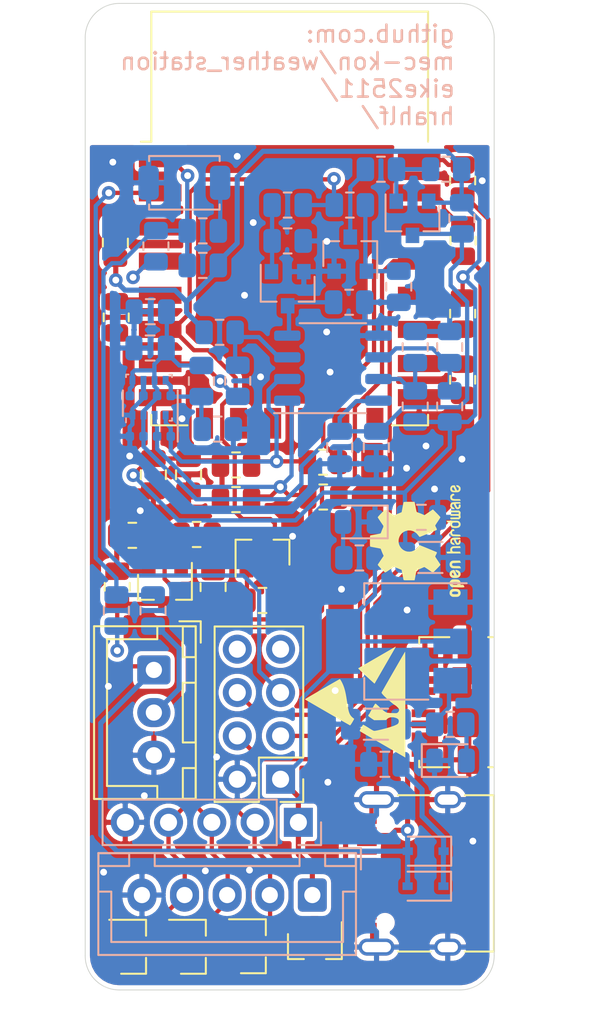
<source format=kicad_pcb>
(kicad_pcb (version 20171130) (host pcbnew 5.1.8)
  (layers (0 F.Cu signal) (31 B.Cu signal hide) (34 B.Paste user hide) (35 F.Paste user hide) (36 B.SilkS user hide) (37 F.SilkS user) (38 B.Mask user hide) (39 F.Mask user hide) (44 Edge.Cuts user))
  (net 0 "")
  (net 1 GND)
  (net 2 VCC)
  (net 3 +3V3)
  (net 4 /GPIO14)
  (net 5 "Net-(D1-Pad2)")
  (net 6 /SCL)
  (net 7 +BATT)
  (net 8 /SDA)
  (net 9 "Net-(D7-Pad2)")
  (net 10 "Net-(D8-Pad2)")
  (net 11 -BATT)
  (net 12 /RXD)
  (net 13 /TXD)
  (net 14 /RST)
  (net 15 /GPIO0)
  (net 16 "Net-(J4-Pad7)")
  (net 17 "Net-(J4-Pad8)")
  (net 18 "Net-(Q1-Pad3)")
  (net 19 "Net-(Q1-Pad1)")
  (net 20 "Net-(Q2-Pad1)")
  (net 21 "Net-(Q2-Pad3)")
  (net 22 "Net-(Q3-Pad1)")
  (net 23 "Net-(Q4-Pad1)")
  (net 24 "Net-(Q4-Pad3)")
  (net 25 "Net-(Q5-Pad3)")
  (net 26 "Net-(Q5-Pad1)")
  (net 27 "Net-(R2-Pad2)")
  (net 28 "Net-(R3-Pad2)")
  (net 29 /LM_Off)
  (net 30 "Net-(R8-Pad2)")
  (net 31 "Net-(R11-Pad1)")
  (net 32 "Net-(R12-Pad2)")
  (net 33 "Net-(R13-Pad2)")
  (net 34 "Net-(R14-Pad2)")
  (net 35 "Net-(R15-Pad2)")
  (net 36 /OS)
  (net 37 "Net-(R16-Pad2)")
  (net 38 "Net-(R17-Pad2)")
  (net 39 "Net-(R18-Pad2)")
  (net 40 "Net-(R19-Pad2)")
  (net 41 "Net-(R31-Pad2)")
  (net 42 "Net-(R33-Pad2)")
  (net 43 "Net-(J5-Pad4)")
  (net 44 "Net-(J5-Pad3)")
  (net 45 "Net-(J5-Pad2)")
  (net 46 "Net-(P1-PadA5)")
  (net 47 "Net-(P1-PadA7)")
  (net 48 "Net-(P1-PadB5)")
  (net 49 "Net-(P1-PadA6)")
  (net 50 "Net-(U1-Pad9)")
  (net 51 "Net-(U1-Pad10)")
  (net 52 "Net-(U1-Pad11)")
  (net 53 "Net-(U1-Pad12)")
  (net 54 "Net-(U1-Pad13)")
  (net 55 "Net-(U1-Pad14)")
  (net 56 /VCC_Temp)
  (net 57 /SDO)
  (module Symbol:ESD-Logo_6.6x6mm_SilkScreen (layer F.Cu) (at 153.825 120.925 90)
    (fp_text reference REF** hide)
    (fp_text value ESD-Logo_6.6x6mm_SilkScreen hide)
  )
  (module Symbol:OSHW-Logo2_7.3x6mm_SilkScreen (layer F.Cu) (at 157.475 111.5 90)
    (fp_text reference REF** hide)
    (fp_text value OSHW-Logo2_7.3x6mm_SilkScreen hide)
  )
  (module Capacitor_SMD:C_0805_2012Metric (layer B.Cu) (at 141.81 100.19 180)
    (fp_text reference C10 hide)
    (fp_text value 100nF)
    (pad 2 smd roundrect (at 0.95 0 180) (size 1 1.45) (layers B.Cu B.Paste B.Mask) (net 1 GND))
    (pad 1 smd roundrect (at -0.95 0 180) (size 1 1.45) (layers B.Cu B.Paste B.Mask) (net 56 /VCC_Temp))
  )
  (module Package_LGA:Bosch_LGA-8_3x3mm_P0.8mm_ClockwisePinNumbering (layer B.Cu) (at 141.82 104.175)
    (fp_text reference U5 hide)
    (fp_text value BME680)
    (pad 1 smd roundrect (at -1.2 1.1875) (size 0.5 0.525) (layers B.Cu B.Paste B.Mask) (net 1 GND))
    (pad 2 smd roundrect (at -0.4 1.1875) (size 0.5 0.525) (layers B.Cu B.Paste B.Mask) (net 56 /VCC_Temp))
    (pad 3 smd roundrect (at 0.4 1.1875) (size 0.5 0.525) (layers B.Cu B.Paste B.Mask) (net 8 /SDA))
    (pad 4 smd roundrect (at 1.2 1.1875) (size 0.5 0.525) (layers B.Cu B.Paste B.Mask) (net 6 /SCL))
    (pad 5 smd roundrect (at 1.2 -1.1875) (size 0.5 0.525) (layers B.Cu B.Paste B.Mask) (net 57 /SDO))
    (pad 6 smd roundrect (at 0.4 -1.1875) (size 0.5 0.525) (layers B.Cu B.Paste B.Mask) (net 56 /VCC_Temp))
    (pad 7 smd roundrect (at -0.4 -1.1875) (size 0.5 0.525) (layers B.Cu B.Paste B.Mask) (net 1 GND))
    (pad 8 smd roundrect (at -1.2 -1.1875) (size 0.5 0.525) (layers B.Cu B.Paste B.Mask) (net 56 /VCC_Temp))
  )
  (module Connector_JST:JST_XH_B5B-XH-A_1x05_P2.50mm_Vertical (layer B.Cu) (at 151.33 132.24 180)
    (fp_text reference J3 hide)
    (fp_text value Conn_01x05)
    (pad 1 thru_hole roundrect (at 0 0 180) (size 1.7 1.95) (drill 0.95) (layers *.Cu *.Mask) (roundrect_rratio 0.147059) (net 3 +3V3))
    (pad 2 thru_hole oval (at 2.5 0 180) (size 1.7 1.95) (drill 0.95) (layers *.Cu *.Mask) (net 6 /SCL))
    (pad 3 thru_hole oval (at 5 0 180) (size 1.7 1.95) (drill 0.95) (layers *.Cu *.Mask) (net 8 /SDA))
    (pad 4 thru_hole oval (at 7.5 0 180) (size 1.7 1.95) (drill 0.95) (layers *.Cu *.Mask) (net 4 /GPIO14))
    (pad 5 thru_hole oval (at 10 0 180) (size 1.7 1.95) (drill 0.95) (layers *.Cu *.Mask) (net 1 GND))
  )
  (module Package_TO_SOT_SMD:SOT-23 (layer F.Cu) (at 144.32 135.27)
    (fp_text reference D5 hide)
    (fp_text value BAV99)
    (pad 3 smd rect (at 1 0) (size 0.9 0.8) (layers F.Cu F.Paste F.Mask) (net 8 /SDA))
    (pad 2 smd rect (at -1 0.95) (size 0.9 0.8) (layers F.Cu F.Paste F.Mask) (net 5 "Net-(D1-Pad2)"))
    (pad 1 smd rect (at -1 -0.95) (size 0.9 0.8) (layers F.Cu F.Paste F.Mask) (net 1 GND))
  )
  (module Diode_SMD:D_SOD-323 (layer B.Cu) (at 157.97 131.72 180)
    (fp_text reference D3 hide)
    (fp_text value BAT48JFILM)
    (pad 2 smd rect (at 1.05 0 180) (size 0.6 0.45) (layers B.Cu B.Paste B.Mask) (net 7 +BATT))
    (pad 1 smd rect (at -1.05 0 180) (size 0.6 0.45) (layers B.Cu B.Paste B.Mask) (net 2 VCC))
  )
  (module Button_Switch_SMD_User:SW_Push_SPST_4x3x2 (layer B.Cu) (at 143.82 90.51)
    (fp_text reference SW1 hide)
    (fp_text value SW_Push)
    (pad 1 smd roundrect (at -2.1 0) (size 1.2 2) (layers B.Cu B.Paste B.Mask) (net 1 GND))
    (pad 2 smd roundrect (at 2.1 0) (size 1.2 2) (layers B.Cu B.Paste B.Mask) (net 27 "Net-(R2-Pad2)"))
  )
  (module Package_SO:SSOP-8_3.9x5.05mm_P1.27mm (layer B.Cu) (at 152.535 101.37)
    (fp_text reference U3 hide)
    (fp_text value LM75B)
    (pad 8 smd roundrect (at 2.675 1.905) (size 1.55 0.6) (layers B.Cu B.Paste B.Mask) (net 56 /VCC_Temp))
    (pad 7 smd roundrect (at 2.675 0.635) (size 1.55 0.6) (layers B.Cu B.Paste B.Mask) (net 41 "Net-(R31-Pad2)"))
    (pad 6 smd roundrect (at 2.675 -0.635) (size 1.55 0.6) (layers B.Cu B.Paste B.Mask) (net 42 "Net-(R33-Pad2)"))
    (pad 5 smd roundrect (at 2.675 -1.905) (size 1.55 0.6) (layers B.Cu B.Paste B.Mask) (net 1 GND))
    (pad 4 smd roundrect (at -2.675 -1.905) (size 1.55 0.6) (layers B.Cu B.Paste B.Mask) (net 24 "Net-(Q4-Pad3)"))
    (pad 3 smd roundrect (at -2.675 -0.635) (size 1.55 0.6) (layers B.Cu B.Paste B.Mask) (net 36 /OS))
    (pad 2 smd roundrect (at -2.675 0.635) (size 1.55 0.6) (layers B.Cu B.Paste B.Mask) (net 6 /SCL))
    (pad 1 smd roundrect (at -2.675 1.905) (size 1.55 0.6) (layers B.Cu B.Paste B.Mask) (net 8 /SDA))
  )
  (module Connector_USB_User:USB_C_Receptacle_XKB_U262-16XN-4BVC11 (layer F.Cu) (at 158.2 130.97 90)
    (fp_text reference P1 hide)
    (fp_text value USB_C_Plug)
    (pad A12 smd rect (at 3.35 -3.67 90) (size 0.3 1.15) (layers F.Cu F.Paste F.Mask) (net 1 GND))
    (pad A9 smd rect (at 2.55 -3.67 90) (size 0.3 1.15) (layers F.Cu F.Paste F.Mask) (net 7 +BATT))
    (pad B9 smd rect (at -2.25 -3.67 90) (size 0.3 1.15) (layers F.Cu F.Paste F.Mask) (net 7 +BATT))
    (pad B12 smd rect (at -3.05 -3.67 90) (size 0.3 1.15) (layers F.Cu F.Paste F.Mask) (net 1 GND))
    (pad A1 smd rect (at -3.35 -3.67 90) (size 0.3 1.15) (layers F.Cu F.Paste F.Mask) (net 1 GND))
    (pad A4 smd rect (at -2.55 -3.67 90) (size 0.3 1.15) (layers F.Cu F.Paste F.Mask) (net 7 +BATT))
    (pad B8 smd rect (at -1.75 -3.67 90) (size 0.3 1.15) (layers F.Cu F.Paste F.Mask))
    (pad A5 smd rect (at -1.25 -3.67 90) (size 0.3 1.15) (layers F.Cu F.Paste F.Mask) (net 46 "Net-(P1-PadA5)"))
    (pad B7 smd rect (at -0.75 -3.67 90) (size 0.3 1.15) (layers F.Cu F.Paste F.Mask))
    (pad A6 smd rect (at -0.25 -3.67 90) (size 0.3 1.15) (layers F.Cu F.Paste F.Mask) (net 49 "Net-(P1-PadA6)"))
    (pad A7 smd rect (at 0.25 -3.67 90) (size 0.3 1.15) (layers F.Cu F.Paste F.Mask) (net 47 "Net-(P1-PadA7)"))
    (pad B6 smd rect (at 0.75 -3.67 90) (size 0.3 1.15) (layers F.Cu F.Paste F.Mask))
    (pad A8 smd rect (at 1.25 -3.67 90) (size 0.3 1.15) (layers F.Cu F.Paste F.Mask))
    (pad B5 smd rect (at 1.75 -3.67 90) (size 0.3 1.15) (layers F.Cu F.Paste F.Mask) (net 48 "Net-(P1-PadB5)"))
    (pad B4 smd rect (at 2.25 -3.67 90) (size 0.3 1.15) (layers F.Cu F.Paste F.Mask) (net 7 +BATT))
    (pad B1 smd rect (at 3.05 -3.67 90) (size 0.3 1.15) (layers F.Cu F.Paste F.Mask) (net 1 GND))
    (pad "" np_thru_hole circle (at -2.89 -2.605 90) (size 0.65 0.65) (drill 0.65) (layers *.Cu *.Mask))
    (pad "" np_thru_hole circle (at 2.89 -2.605 90) (size 0.65 0.65) (drill 0.65) (layers *.Cu *.Mask))
    (pad S1 thru_hole oval (at 4.32 1.075 90) (size 1 1.6) (drill oval 0.6 1.2) (layers *.Cu *.Mask) (net 1 GND))
    (pad S1 thru_hole oval (at -4.32 1.075 90) (size 1 1.6) (drill oval 0.6 1.2) (layers *.Cu *.Mask) (net 1 GND))
    (pad S1 thru_hole oval (at 4.32 -3.105 90) (size 1 2.1) (drill oval 0.6 1.7) (layers *.Cu *.Mask) (net 1 GND))
    (pad S1 thru_hole oval (at -4.32 -3.105 90) (size 1 2.1) (drill oval 0.6 1.7) (layers *.Cu *.Mask) (net 1 GND))
  )
  (module Resistor_SMD:R_0805_2012Metric (layer F.Cu) (at 151.95 106.88)
    (fp_text reference R15 hide)
    (fp_text value 100R)
    (pad 2 smd roundrect (at 0.9125 0) (size 1.025 1.4) (layers F.Cu F.Paste F.Mask) (roundrect_rratio 0.243902) (net 35 "Net-(R15-Pad2)"))
    (pad 1 smd roundrect (at -0.9125 0) (size 1.025 1.4) (layers F.Cu F.Paste F.Mask) (roundrect_rratio 0.243902) (net 6 /SCL))
  )
  (module Resistor_SMD:R_0805_2012Metric (layer F.Cu) (at 151.97 108.92)
    (fp_text reference R14 hide)
    (fp_text value 100R)
    (pad 1 smd roundrect (at -0.9125 0) (size 1.025 1.4) (layers F.Cu F.Paste F.Mask) (roundrect_rratio 0.243902) (net 8 /SDA))
    (pad 2 smd roundrect (at 0.9125 0) (size 1.025 1.4) (layers F.Cu F.Paste F.Mask) (roundrect_rratio 0.243902) (net 34 "Net-(R14-Pad2)"))
  )
  (module Package_TO_SOT_SMD:SOT-223-3_TabPin2 (layer B.Cu) (at 156.285 117.38 180)
    (fp_text reference U2 hide)
    (fp_text value AMS1117-3.3)
    (pad 2 smd rect (at 3.15 0 180) (size 2 3.8) (layers B.Cu B.Paste B.Mask) (net 3 +3V3))
    (pad 2 smd rect (at -3.15 0 180) (size 2 1.5) (layers B.Cu B.Paste B.Mask) (net 3 +3V3))
    (pad 3 smd rect (at -3.15 -2.3 180) (size 2 1.5) (layers B.Cu B.Paste B.Mask) (net 2 VCC))
    (pad 1 smd rect (at -3.15 2.3 180) (size 2 1.5) (layers B.Cu B.Paste B.Mask) (net 1 GND))
  )
  (module Connector_PinHeader_2.54mm:PinHeader_2x04_P2.54mm_Vertical (layer F.Cu) (at 149.465 125.455 180)
    (fp_text reference J4 hide)
    (fp_text value Conn_02x04_Odd_Even)
    (pad 1 thru_hole rect (at 0 0 180) (size 1.7 1.7) (drill 1) (layers *.Cu *.Mask) (net 3 +3V3))
    (pad 2 thru_hole oval (at 2.54 0 180) (size 1.7 1.7) (drill 1) (layers *.Cu *.Mask) (net 1 GND))
    (pad 3 thru_hole oval (at 0 2.54 180) (size 1.7 1.7) (drill 1) (layers *.Cu *.Mask) (net 12 /RXD))
    (pad 4 thru_hole oval (at 2.54 2.54 180) (size 1.7 1.7) (drill 1) (layers *.Cu *.Mask) (net 13 /TXD))
    (pad 5 thru_hole oval (at 0 5.08 180) (size 1.7 1.7) (drill 1) (layers *.Cu *.Mask) (net 14 /RST))
    (pad 6 thru_hole oval (at 2.54 5.08 180) (size 1.7 1.7) (drill 1) (layers *.Cu *.Mask) (net 15 /GPIO0))
    (pad 7 thru_hole oval (at 0 7.62 180) (size 1.7 1.7) (drill 1) (layers *.Cu *.Mask) (net 16 "Net-(J4-Pad7)"))
    (pad 8 thru_hole oval (at 2.54 7.62 180) (size 1.7 1.7) (drill 1) (layers *.Cu *.Mask) (net 17 "Net-(J4-Pad8)"))
  )
  (module Connector_PinHeader_2.54mm:PinHeader_1x05_P2.54mm_Vertical (layer B.Cu) (at 150.51 127.98 90)
    (fp_text reference J2 hide)
    (fp_text value Conn_01x05_Male)
    (pad 1 thru_hole rect (at 0 0 90) (size 1.7 1.7) (drill 1) (layers *.Cu *.Mask) (net 3 +3V3))
    (pad 2 thru_hole oval (at 0 -2.54 90) (size 1.7 1.7) (drill 1) (layers *.Cu *.Mask) (net 6 /SCL))
    (pad 3 thru_hole oval (at 0 -5.08 90) (size 1.7 1.7) (drill 1) (layers *.Cu *.Mask) (net 8 /SDA))
    (pad 4 thru_hole oval (at 0 -7.62 90) (size 1.7 1.7) (drill 1) (layers *.Cu *.Mask) (net 4 /GPIO14))
    (pad 5 thru_hole oval (at 0 -10.16 90) (size 1.7 1.7) (drill 1) (layers *.Cu *.Mask) (net 1 GND))
  )
  (module Resistor_SMD:R_0805_2012Metric (layer B.Cu) (at 153.49 97.51)
    (fp_text reference R24 hide)
    (fp_text value 0R)
    (pad 1 smd roundrect (at -0.9125 0) (size 1.025 1.4) (layers B.Cu B.Paste B.Mask) (roundrect_rratio 0.243902) (net 24 "Net-(Q4-Pad3)"))
    (pad 2 smd roundrect (at 0.9125 0) (size 1.025 1.4) (layers B.Cu B.Paste B.Mask) (roundrect_rratio 0.243902) (net 1 GND))
  )
  (module Connector_USB:USB_Micro-B_Molex_47346-0001 (layer F.Cu) (at 159.31 120.94 90)
    (fp_text reference J5 hide)
    (fp_text value USB_B_Micro)
    (pad 6 smd rect (at 1.55 1.2 90) (size 1 1.9) (layers F.Cu F.Paste F.Mask) (net 1 GND))
    (pad 6 smd rect (at -1.15 1.2 90) (size 1.8 1.9) (layers F.Cu F.Paste F.Mask) (net 1 GND))
    (pad 6 smd rect (at 3.375 1.2 90) (size 1.65 1.3) (layers F.Cu F.Paste F.Mask) (net 1 GND))
    (pad 6 smd rect (at -3.375 1.2 90) (size 1.65 1.3) (layers F.Cu F.Paste F.Mask) (net 1 GND))
    (pad 6 smd rect (at 2.4875 -1.375 90) (size 1.425 1.55) (layers F.Cu F.Paste F.Mask) (net 1 GND))
    (pad 6 smd rect (at -2.4875 -1.375 90) (size 1.425 1.55) (layers F.Cu F.Paste F.Mask) (net 1 GND))
    (pad 5 smd rect (at 1.3 -1.46 90) (size 0.45 1.38) (layers F.Cu F.Paste F.Mask) (net 1 GND))
    (pad 4 smd rect (at 0.65 -1.46 90) (size 0.45 1.38) (layers F.Cu F.Paste F.Mask) (net 43 "Net-(J5-Pad4)"))
    (pad 3 smd rect (at 0 -1.46 90) (size 0.45 1.38) (layers F.Cu F.Paste F.Mask) (net 44 "Net-(J5-Pad3)"))
    (pad 2 smd rect (at -0.65 -1.46 90) (size 0.45 1.38) (layers F.Cu F.Paste F.Mask) (net 45 "Net-(J5-Pad2)"))
    (pad 1 smd rect (at -1.3 -1.46 90) (size 0.45 1.38) (layers F.Cu F.Paste F.Mask) (net 7 +BATT))
  )
  (module Diode_SMD:D_SOT-23_ANK (layer F.Cu) (at 151.48 135.23 270)
    (fp_text reference D6 hide)
    (fp_text value BZX84Cxx)
    (pad 1 smd rect (at 1 0 270) (size 0.9 0.8) (layers F.Cu F.Paste F.Mask) (net 5 "Net-(D1-Pad2)"))
    (pad "" smd rect (at -1 0.95 270) (size 0.9 0.8) (layers F.Cu F.Paste F.Mask))
    (pad 2 smd rect (at -1 -0.95 270) (size 0.9 0.8) (layers F.Cu F.Paste F.Mask) (net 1 GND))
  )
  (module Package_TO_SOT_SMD:SOT-23 (layer F.Cu) (at 147.84 135.24)
    (fp_text reference D2 hide)
    (fp_text value BAV99)
    (pad 3 smd rect (at 1 0) (size 0.9 0.8) (layers F.Cu F.Paste F.Mask) (net 6 /SCL))
    (pad 2 smd rect (at -1 0.95) (size 0.9 0.8) (layers F.Cu F.Paste F.Mask) (net 5 "Net-(D1-Pad2)"))
    (pad 1 smd rect (at -1 -0.95) (size 0.9 0.8) (layers F.Cu F.Paste F.Mask) (net 1 GND))
  )
  (module Package_TO_SOT_SMD:SOT-23 (layer F.Cu) (at 140.81 135.27)
    (fp_text reference D1 hide)
    (fp_text value BAV99)
    (pad 3 smd rect (at 1 0) (size 0.9 0.8) (layers F.Cu F.Paste F.Mask) (net 4 /GPIO14))
    (pad 2 smd rect (at -1 0.95) (size 0.9 0.8) (layers F.Cu F.Paste F.Mask) (net 5 "Net-(D1-Pad2)"))
    (pad 1 smd rect (at -1 -0.95) (size 0.9 0.8) (layers F.Cu F.Paste F.Mask) (net 1 GND))
  )
  (module Diode_SMD:D_SOD-323 (layer B.Cu) (at 157.98 129.67 180)
    (fp_text reference D4 hide)
    (fp_text value BAT48JFILM)
    (pad 1 smd rect (at -1.05 0 180) (size 0.6 0.45) (layers B.Cu B.Paste B.Mask) (net 2 VCC))
    (pad 2 smd rect (at 1.05 0 180) (size 0.6 0.45) (layers B.Cu B.Paste B.Mask) (net 7 +BATT))
  )
  (module LED_SMD:LED_0805_2012Metric (layer B.Cu) (at 159.44 124.36)
    (fp_text reference D8 hide)
    (fp_text value LED_RED)
    (pad 2 smd roundrect (at 0.9375 0) (size 0.975 1.4) (layers B.Cu B.Paste B.Mask) (net 10 "Net-(D8-Pad2)"))
    (pad 1 smd roundrect (at -0.9375 0) (size 0.975 1.4) (layers B.Cu B.Paste B.Mask) (net 1 GND))
  )
  (module Resistor_SMD:R_0805_2012Metric (layer B.Cu) (at 157.365 103.61 90)
    (fp_text reference R31 hide)
    (fp_text value 0R_NC)
    (pad 1 smd roundrect (at -0.9125 0 90) (size 1.025 1.4) (layers B.Cu B.Paste B.Mask) (roundrect_rratio 0.243902) (net 3 +3V3))
    (pad 2 smd roundrect (at 0.9125 0 90) (size 1.025 1.4) (layers B.Cu B.Paste B.Mask) (roundrect_rratio 0.243902) (net 41 "Net-(R31-Pad2)"))
  )
  (module Resistor_SMD:R_0805_2012Metric (layer B.Cu) (at 144.82 102.125 270)
    (fp_text reference R37 hide)
    (fp_text value 0R)
    (pad 1 smd roundrect (at -0.9125 0 270) (size 1.025 1.4) (layers B.Cu B.Paste B.Mask) (roundrect_rratio 0.243902) (net 56 /VCC_Temp))
    (pad 2 smd roundrect (at 0.9125 0 270) (size 1.025 1.4) (layers B.Cu B.Paste B.Mask) (roundrect_rratio 0.243902) (net 57 /SDO))
  )
  (module Resistor_SMD:R_0805_2012Metric (layer B.Cu) (at 159.39 103.61 90)
    (fp_text reference R33 hide)
    (fp_text value 0R_NC)
    (pad 2 smd roundrect (at 0.9125 0 90) (size 1.025 1.4) (layers B.Cu B.Paste B.Mask) (roundrect_rratio 0.243902) (net 42 "Net-(R33-Pad2)"))
    (pad 1 smd roundrect (at -0.9125 0 90) (size 1.025 1.4) (layers B.Cu B.Paste B.Mask) (roundrect_rratio 0.243902) (net 3 +3V3))
  )
  (module RF_Module:ESP-12E (layer F.Cu) (at 150 92.6)
    (fp_text reference U1 hide)
    (fp_text value ESP-12F)
    (pad 1 smd rect (at -7.6 -3.5) (size 2.5 1) (layers F.Cu F.Paste F.Mask) (net 14 /RST))
    (pad 2 smd rect (at -7.6 -1.5) (size 2.5 1) (layers F.Cu F.Paste F.Mask) (net 30 "Net-(R8-Pad2)"))
    (pad 3 smd rect (at -7.6 0.5) (size 2.5 1) (layers F.Cu F.Paste F.Mask) (net 28 "Net-(R3-Pad2)"))
    (pad 4 smd rect (at -7.6 2.5) (size 2.5 1) (layers F.Cu F.Paste F.Mask) (net 39 "Net-(R18-Pad2)"))
    (pad 5 smd rect (at -7.6 4.5) (size 2.5 1) (layers F.Cu F.Paste F.Mask) (net 38 "Net-(R17-Pad2)"))
    (pad 6 smd rect (at -7.6 6.5) (size 2.5 1) (layers F.Cu F.Paste F.Mask) (net 29 /LM_Off))
    (pad 7 smd rect (at -7.6 8.5) (size 2.5 1) (layers F.Cu F.Paste F.Mask) (net 37 "Net-(R16-Pad2)"))
    (pad 8 smd rect (at -7.6 10.5) (size 2.5 1) (layers F.Cu F.Paste F.Mask) (net 3 +3V3))
    (pad 9 smd rect (at -5 12) (size 1 1.8) (layers F.Cu F.Paste F.Mask) (net 50 "Net-(U1-Pad9)"))
    (pad 10 smd rect (at -3 12) (size 1 1.8) (layers F.Cu F.Paste F.Mask) (net 51 "Net-(U1-Pad10)"))
    (pad 11 smd rect (at -1 12) (size 1 1.8) (layers F.Cu F.Paste F.Mask) (net 52 "Net-(U1-Pad11)"))
    (pad 12 smd rect (at 1 12) (size 1 1.8) (layers F.Cu F.Paste F.Mask) (net 53 "Net-(U1-Pad12)"))
    (pad 13 smd rect (at 3 12) (size 1 1.8) (layers F.Cu F.Paste F.Mask) (net 54 "Net-(U1-Pad13)"))
    (pad 14 smd rect (at 5 12) (size 1 1.8) (layers F.Cu F.Paste F.Mask) (net 55 "Net-(U1-Pad14)"))
    (pad 15 smd rect (at 7.6 10.5) (size 2.5 1) (layers F.Cu F.Paste F.Mask) (net 1 GND))
    (pad 16 smd rect (at 7.6 8.5) (size 2.5 1) (layers F.Cu F.Paste F.Mask) (net 31 "Net-(R11-Pad1)"))
    (pad 17 smd rect (at 7.6 6.5) (size 2.5 1) (layers F.Cu F.Paste F.Mask) (net 40 "Net-(R19-Pad2)"))
    (pad 18 smd rect (at 7.6 4.5) (size 2.5 1) (layers F.Cu F.Paste F.Mask) (net 15 /GPIO0))
    (pad 19 smd rect (at 7.6 2.5) (size 2.5 1) (layers F.Cu F.Paste F.Mask) (net 34 "Net-(R14-Pad2)"))
    (pad 20 smd rect (at 7.6 0.5) (size 2.5 1) (layers F.Cu F.Paste F.Mask) (net 35 "Net-(R15-Pad2)"))
    (pad 21 smd rect (at 7.6 -1.5) (size 2.5 1) (layers F.Cu F.Paste F.Mask) (net 33 "Net-(R13-Pad2)"))
    (pad 22 smd rect (at 7.6 -3.5) (size 2.5 1) (layers F.Cu F.Paste F.Mask) (net 32 "Net-(R12-Pad2)"))
  )
  (module Resistor_SMD:R_0805_2012Metric (layer B.Cu) (at 155.355 89.715)
    (fp_text reference R29 hide)
    (fp_text value 100R)
    (pad 2 smd roundrect (at 0.9125 0) (size 1.025 1.4) (layers B.Cu B.Paste B.Mask) (roundrect_rratio 0.243902) (net 22 "Net-(Q3-Pad1)"))
    (pad 1 smd roundrect (at -0.9125 0) (size 1.025 1.4) (layers B.Cu B.Paste B.Mask) (roundrect_rratio 0.243902) (net 25 "Net-(Q5-Pad3)"))
  )
  (module Resistor_SMD:R_0805_2012Metric (layer F.Cu) (at 160.175 93.9 90)
    (fp_text reference R13 hide)
    (fp_text value 100R)
    (pad 1 smd roundrect (at -0.9125 0 90) (size 1.025 1.4) (layers F.Cu F.Paste F.Mask) (roundrect_rratio 0.243902) (net 12 /RXD))
    (pad 2 smd roundrect (at 0.9125 0 90) (size 1.025 1.4) (layers F.Cu F.Paste F.Mask) (roundrect_rratio 0.243902) (net 33 "Net-(R13-Pad2)"))
  )
  (module Resistor_SMD:R_0805_2012Metric (layer F.Cu) (at 139.82 98.3925 90)
    (fp_text reference R17 hide)
    (fp_text value 100R)
    (pad 2 smd roundrect (at 0.9125 0 90) (size 1.025 1.4) (layers F.Cu F.Paste F.Mask) (roundrect_rratio 0.243902) (net 38 "Net-(R17-Pad2)"))
    (pad 1 smd roundrect (at -0.9125 0 90) (size 1.025 1.4) (layers F.Cu F.Paste F.Mask) (roundrect_rratio 0.243902) (net 4 /GPIO14))
  )
  (module Resistor_SMD:R_0805_2012Metric (layer F.Cu) (at 160.15 98.175 270)
    (fp_text reference R19 hide)
    (fp_text value 10kR)
    (pad 1 smd roundrect (at -0.9125 0 270) (size 1.025 1.4) (layers F.Cu F.Paste F.Mask) (roundrect_rratio 0.243902) (net 3 +3V3))
    (pad 2 smd roundrect (at 0.9125 0 270) (size 1.025 1.4) (layers F.Cu F.Paste F.Mask) (roundrect_rratio 0.243902) (net 40 "Net-(R19-Pad2)"))
  )
  (module Resistor_SMD:R_0805_2012Metric (layer F.Cu) (at 160.15 90.375 90)
    (fp_text reference R12 hide)
    (fp_text value 100R)
    (pad 2 smd roundrect (at 0.9125 0 90) (size 1.025 1.4) (layers F.Cu F.Paste F.Mask) (roundrect_rratio 0.243902) (net 32 "Net-(R12-Pad2)"))
    (pad 1 smd roundrect (at -0.9125 0 90) (size 1.025 1.4) (layers F.Cu F.Paste F.Mask) (roundrect_rratio 0.243902) (net 13 /TXD))
  )
  (module Capacitor_SMD:C_1206_3216Metric (layer B.Cu) (at 155.06 122.23 180)
    (fp_text reference C1 hide)
    (fp_text value 4.7µF)
    (pad 1 smd roundrect (at -1.475 0 180) (size 1.15 1.8) (layers B.Cu B.Paste B.Mask) (roundrect_rratio 0.217391) (net 2 VCC))
    (pad 2 smd roundrect (at 1.475 0 180) (size 1.15 1.8) (layers B.Cu B.Paste B.Mask) (roundrect_rratio 0.217391) (net 1 GND))
  )
  (module Capacitor_SMD:C_0805_2012Metric (layer B.Cu) (at 155.585 124.58 180)
    (fp_text reference C2 hide)
    (fp_text value 1µF)
    (pad 2 smd roundrect (at 0.95 0 180) (size 1 1.45) (layers B.Cu B.Paste B.Mask) (net 1 GND))
    (pad 1 smd roundrect (at -0.95 0 180) (size 1 1.45) (layers B.Cu B.Paste B.Mask) (net 2 VCC))
  )
  (module Capacitor_SMD:C_0805_2012Metric (layer F.Cu) (at 144.065 107.615 270)
    (fp_text reference C3 hide)
    (fp_text value 10nF)
    (pad 1 smd roundrect (at -0.95 0 270) (size 1 1.45) (layers F.Cu F.Paste F.Mask) (net 3 +3V3))
    (pad 2 smd roundrect (at 0.95 0 270) (size 1 1.45) (layers F.Cu F.Paste F.Mask) (net 1 GND))
  )
  (module Capacitor_SMD:C_0805_2012Metric (layer B.Cu) (at 157.73 110.11)
    (fp_text reference C4 hide)
    (fp_text value 1µF)
    (pad 1 smd roundrect (at -0.95 0) (size 1 1.45) (layers B.Cu B.Paste B.Mask) (net 3 +3V3))
    (pad 2 smd roundrect (at 0.95 0) (size 1 1.45) (layers B.Cu B.Paste B.Mask) (net 1 GND))
  )
  (module Capacitor_SMD:C_0805_2012Metric (layer F.Cu) (at 142 107.61 270)
    (fp_text reference C5 hide)
    (fp_text value 100nF)
    (pad 1 smd roundrect (at -0.95 0 270) (size 1 1.45) (layers F.Cu F.Paste F.Mask) (net 3 +3V3))
    (pad 2 smd roundrect (at 0.95 0 270) (size 1 1.45) (layers F.Cu F.Paste F.Mask) (net 1 GND))
  )
  (module Capacitor_SMD:C_1206_3216Metric (layer B.Cu) (at 158.255 112.46)
    (fp_text reference C6 hide)
    (fp_text value 4.7µF)
    (pad 2 smd roundrect (at 1.475 0) (size 1.15 1.8) (layers B.Cu B.Paste B.Mask) (roundrect_rratio 0.217391) (net 1 GND))
    (pad 1 smd roundrect (at -1.475 0) (size 1.15 1.8) (layers B.Cu B.Paste B.Mask) (roundrect_rratio 0.217391) (net 3 +3V3))
  )
  (module Capacitor_SMD:C_0805_2012Metric (layer B.Cu) (at 152.935 106.02 270)
    (fp_text reference C7 hide)
    (fp_text value 10nF)
    (pad 2 smd roundrect (at 0.95 0 270) (size 1 1.45) (layers B.Cu B.Paste B.Mask) (net 1 GND))
    (pad 1 smd roundrect (at -0.95 0 270) (size 1 1.45) (layers B.Cu B.Paste B.Mask) (net 56 /VCC_Temp))
  )
  (module Capacitor_SMD:C_0805_2012Metric (layer B.Cu) (at 155.085 106.02 270)
    (fp_text reference C8 hide)
    (fp_text value 100nF)
    (pad 2 smd roundrect (at 0.95 0 270) (size 1 1.45) (layers B.Cu B.Paste B.Mask) (net 1 GND))
    (pad 1 smd roundrect (at -0.95 0 270) (size 1 1.45) (layers B.Cu B.Paste B.Mask) (net 56 /VCC_Temp))
  )
  (module Capacitor_SMD:C_0805_2012Metric (layer B.Cu) (at 141.82 98.06 180)
    (fp_text reference C9 hide)
    (fp_text value 10nF)
    (pad 2 smd roundrect (at 0.95 0 180) (size 1 1.45) (layers B.Cu B.Paste B.Mask) (net 1 GND))
    (pad 1 smd roundrect (at -0.95 0 180) (size 1 1.45) (layers B.Cu B.Paste B.Mask) (net 56 /VCC_Temp))
  )
  (module LED_SMD:LED_0805_2012Metric (layer B.Cu) (at 154.07 110.38 180)
    (fp_text reference D7 hide)
    (fp_text value LED_GREEN)
    (pad 1 smd roundrect (at -0.9375 0 180) (size 0.975 1.4) (layers B.Cu B.Paste B.Mask) (net 1 GND))
    (pad 2 smd roundrect (at 0.9375 0 180) (size 0.975 1.4) (layers B.Cu B.Paste B.Mask) (net 9 "Net-(D7-Pad2)"))
  )
  (module Connector_JST:JST_XH_B3B-XH-A_1x03_P2.50mm_Vertical (layer F.Cu) (at 142.03 119.05 270)
    (fp_text reference J1 hide)
    (fp_text value Conn_01x03)
    (pad 1 thru_hole roundrect (at 0 0 270) (size 1.7 1.95) (drill 0.95) (layers *.Cu *.Mask) (roundrect_rratio 0.147059) (net 7 +BATT))
    (pad 2 thru_hole oval (at 2.5 0 270) (size 1.7 1.95) (drill 0.95) (layers *.Cu *.Mask) (net 11 -BATT))
    (pad 3 thru_hole oval (at 5 0 270) (size 1.7 1.95) (drill 0.95) (layers *.Cu *.Mask) (net 1 GND))
  )
  (module Package_TO_SOT_SMD:SOT-23 (layer F.Cu) (at 148.405 112.18 90)
    (fp_text reference Q1 hide)
    (fp_text value BSS138)
    (pad 3 smd rect (at 1 0 90) (size 0.9 0.8) (layers F.Cu F.Paste F.Mask) (net 18 "Net-(Q1-Pad3)"))
    (pad 2 smd rect (at -1 0.95 90) (size 0.9 0.8) (layers F.Cu F.Paste F.Mask) (net 1 GND))
    (pad 1 smd rect (at -1 -0.95 90) (size 0.9 0.8) (layers F.Cu F.Paste F.Mask) (net 19 "Net-(Q1-Pad1)"))
  )
  (module Package_TO_SOT_SMD:SOT-23 (layer F.Cu) (at 142.68 114.18 270)
    (fp_text reference Q2 hide)
    (fp_text value BSS84)
    (pad 1 smd rect (at -1 -0.95 270) (size 0.9 0.8) (layers F.Cu F.Paste F.Mask) (net 20 "Net-(Q2-Pad1)"))
    (pad 2 smd rect (at -1 0.95 270) (size 0.9 0.8) (layers F.Cu F.Paste F.Mask) (net 7 +BATT))
    (pad 3 smd rect (at 1 0 270) (size 0.9 0.8) (layers F.Cu F.Paste F.Mask) (net 21 "Net-(Q2-Pad3)"))
  )
  (module Package_TO_SOT_SMD:SOT-23 (layer B.Cu) (at 157.205 92.59 270)
    (fp_text reference Q3 hide)
    (fp_text value BSS84)
    (pad 1 smd rect (at -1 0.95 270) (size 0.9 0.8) (layers B.Cu B.Paste B.Mask) (net 22 "Net-(Q3-Pad1)"))
    (pad 2 smd rect (at -1 -0.95 270) (size 0.9 0.8) (layers B.Cu B.Paste B.Mask) (net 3 +3V3))
    (pad 3 smd rect (at 1 0 270) (size 0.9 0.8) (layers B.Cu B.Paste B.Mask) (net 56 /VCC_Temp))
  )
  (module Package_TO_SOT_SMD:SOT-23 (layer B.Cu) (at 149.88 96.715 270)
    (fp_text reference Q4 hide)
    (fp_text value BSS138_NC)
    (pad 1 smd rect (at -1 0.95 270) (size 0.9 0.8) (layers B.Cu B.Paste B.Mask) (net 23 "Net-(Q4-Pad1)"))
    (pad 2 smd rect (at -1 -0.95 270) (size 0.9 0.8) (layers B.Cu B.Paste B.Mask) (net 1 GND))
    (pad 3 smd rect (at 1 0 270) (size 0.9 0.8) (layers B.Cu B.Paste B.Mask) (net 24 "Net-(Q4-Pad3)"))
  )
  (module Package_TO_SOT_SMD:SOT-23 (layer B.Cu) (at 153.555 94.69 90)
    (fp_text reference Q5 hide)
    (fp_text value BSS138)
    (pad 3 smd rect (at 1 0 90) (size 0.9 0.8) (layers B.Cu B.Paste B.Mask) (net 25 "Net-(Q5-Pad3)"))
    (pad 2 smd rect (at -1 -0.95 90) (size 0.9 0.8) (layers B.Cu B.Paste B.Mask) (net 1 GND))
    (pad 1 smd rect (at -1 0.95 90) (size 0.9 0.8) (layers B.Cu B.Paste B.Mask) (net 26 "Net-(Q5-Pad1)"))
  )
  (module Resistor_SMD:R_0805_2012Metric (layer B.Cu) (at 144.9 95.35 180)
    (fp_text reference R1 hide)
    (fp_text value 10kR)
    (pad 2 smd roundrect (at 0.9125 0 180) (size 1.025 1.4) (layers B.Cu B.Paste B.Mask) (roundrect_rratio 0.243902) (net 14 /RST))
    (pad 1 smd roundrect (at -0.9125 0 180) (size 1.025 1.4) (layers B.Cu B.Paste B.Mask) (roundrect_rratio 0.243902) (net 3 +3V3))
  )
  (module Resistor_SMD:R_0805_2012Metric (layer B.Cu) (at 144.9 93.325)
    (fp_text reference R2 hide)
    (fp_text value 470R)
    (pad 1 smd roundrect (at -0.9125 0) (size 1.025 1.4) (layers B.Cu B.Paste B.Mask) (roundrect_rratio 0.243902) (net 14 /RST))
    (pad 2 smd roundrect (at 0.9125 0) (size 1.025 1.4) (layers B.Cu B.Paste B.Mask) (roundrect_rratio 0.243902) (net 27 "Net-(R2-Pad2)"))
  )
  (module Resistor_SMD:R_0805_2012Metric (layer F.Cu) (at 139.77 94.01 90)
    (fp_text reference R3 hide)
    (fp_text value 10kR)
    (pad 1 smd roundrect (at -0.9125 0 90) (size 1.025 1.4) (layers F.Cu F.Paste F.Mask) (roundrect_rratio 0.243902) (net 3 +3V3))
    (pad 2 smd roundrect (at 0.9125 0 90) (size 1.025 1.4) (layers F.Cu F.Paste F.Mask) (roundrect_rratio 0.243902) (net 28 "Net-(R3-Pad2)"))
  )
  (module Resistor_SMD:R_0805_2012Metric (layer F.Cu) (at 148.405 114.98)
    (fp_text reference R4 hide)
    (fp_text value 10kR)
    (pad 2 smd roundrect (at 0.9125 0) (size 1.025 1.4) (layers F.Cu F.Paste F.Mask) (roundrect_rratio 0.243902) (net 1 GND))
    (pad 1 smd roundrect (at -0.9125 0) (size 1.025 1.4) (layers F.Cu F.Paste F.Mask) (roundrect_rratio 0.243902) (net 19 "Net-(Q1-Pad1)"))
  )
  (module Resistor_SMD:R_0805_2012Metric (layer F.Cu) (at 144.54 111.115)
    (fp_text reference R5 hide)
    (fp_text value 100R)
    (pad 1 smd roundrect (at -0.9125 0) (size 1.025 1.4) (layers F.Cu F.Paste F.Mask) (roundrect_rratio 0.243902) (net 20 "Net-(Q2-Pad1)"))
    (pad 2 smd roundrect (at 0.9125 0) (size 1.025 1.4) (layers F.Cu F.Paste F.Mask) (roundrect_rratio 0.243902) (net 18 "Net-(Q1-Pad3)"))
  )
  (module Resistor_SMD:R_0805_2012Metric (layer F.Cu) (at 145.505 114.205 270)
    (fp_text reference R6 hide)
    (fp_text value 100R)
    (pad 2 smd roundrect (at 0.9125 0 270) (size 1.025 1.4) (layers F.Cu F.Paste F.Mask) (roundrect_rratio 0.243902) (net 19 "Net-(Q1-Pad1)"))
    (pad 1 smd roundrect (at -0.9125 0 270) (size 1.025 1.4) (layers F.Cu F.Paste F.Mask) (roundrect_rratio 0.243902) (net 29 /LM_Off))
  )
  (module Resistor_SMD:R_0805_2012Metric (layer F.Cu) (at 140.765 111.165)
    (fp_text reference R7 hide)
    (fp_text value 10kR)
    (pad 2 smd roundrect (at 0.9125 0) (size 1.025 1.4) (layers F.Cu F.Paste F.Mask) (roundrect_rratio 0.243902) (net 20 "Net-(Q2-Pad1)"))
    (pad 1 smd roundrect (at -0.9125 0) (size 1.025 1.4) (layers F.Cu F.Paste F.Mask) (roundrect_rratio 0.243902) (net 7 +BATT))
  )
  (module Resistor_SMD:R_0805_2012Metric (layer B.Cu) (at 139.83 115.57 90)
    (fp_text reference R8 hide)
    (fp_text value 33kR)
    (pad 2 smd roundrect (at 0.9125 0 90) (size 1.025 1.4) (layers B.Cu B.Paste B.Mask) (roundrect_rratio 0.243902) (net 30 "Net-(R8-Pad2)"))
    (pad 1 smd roundrect (at -0.9125 0 90) (size 1.025 1.4) (layers B.Cu B.Paste B.Mask) (roundrect_rratio 0.243902) (net 21 "Net-(Q2-Pad3)"))
  )
  (module Resistor_SMD:R_0805_2012Metric (layer B.Cu) (at 141.98 115.57 270)
    (fp_text reference R9 hide)
    (fp_text value 10kR)
    (pad 1 smd roundrect (at -0.9125 0 270) (size 1.025 1.4) (layers B.Cu B.Paste B.Mask) (roundrect_rratio 0.243902) (net 30 "Net-(R8-Pad2)"))
    (pad 2 smd roundrect (at 0.9125 0 270) (size 1.025 1.4) (layers B.Cu B.Paste B.Mask) (roundrect_rratio 0.243902) (net 11 -BATT))
  )
  (module Resistor_SMD:R_0805_2012Metric (layer F.Cu) (at 139.88 114.18 270)
    (fp_text reference R10 hide)
    (fp_text value 0R_NC)
    (pad 1 smd roundrect (at -0.9125 0 270) (size 1.025 1.4) (layers F.Cu F.Paste F.Mask) (roundrect_rratio 0.243902) (net 7 +BATT))
    (pad 2 smd roundrect (at 0.9125 0 270) (size 1.025 1.4) (layers F.Cu F.Paste F.Mask) (roundrect_rratio 0.243902) (net 21 "Net-(Q2-Pad3)"))
  )
  (module Resistor_SMD:R_0805_2012Metric (layer F.Cu) (at 160.15 102.05 270)
    (fp_text reference R11 hide)
    (fp_text value 10kR)
    (pad 2 smd roundrect (at 0.9125 0 270) (size 1.025 1.4) (layers F.Cu F.Paste F.Mask) (roundrect_rratio 0.243902) (net 1 GND))
    (pad 1 smd roundrect (at -0.9125 0 270) (size 1.025 1.4) (layers F.Cu F.Paste F.Mask) (roundrect_rratio 0.243902) (net 31 "Net-(R11-Pad1)"))
  )
  (module Resistor_SMD:R_0805_2012Metric (layer B.Cu) (at 146.95 102.1125 270)
    (fp_text reference R16 hide)
    (fp_text value 100R)
    (pad 1 smd roundrect (at -0.9125 0 270) (size 1.025 1.4) (layers B.Cu B.Paste B.Mask) (roundrect_rratio 0.243902) (net 36 /OS))
    (pad 2 smd roundrect (at 0.9125 0 270) (size 1.025 1.4) (layers B.Cu B.Paste B.Mask) (roundrect_rratio 0.243902) (net 37 "Net-(R16-Pad2)"))
  )
  (module Resistor_SMD:R_0805_2012Metric (layer B.Cu) (at 142.15 94.225 270)
    (fp_text reference R18 hide)
    (fp_text value 0R_NC)
    (pad 2 smd roundrect (at 0.9125 0 270) (size 1.025 1.4) (layers B.Cu B.Paste B.Mask) (roundrect_rratio 0.243902) (net 39 "Net-(R18-Pad2)"))
    (pad 1 smd roundrect (at -0.9125 0 270) (size 1.025 1.4) (layers B.Cu B.Paste B.Mask) (roundrect_rratio 0.243902) (net 14 /RST))
  )
  (module Resistor_SMD:R_0805_2012Metric (layer B.Cu) (at 154.09 112.49 180)
    (fp_text reference R20 hide)
    (fp_text value 470R)
    (pad 1 smd roundrect (at -0.9125 0 180) (size 1.025 1.4) (layers B.Cu B.Paste B.Mask) (roundrect_rratio 0.243902) (net 3 +3V3))
    (pad 2 smd roundrect (at 0.9125 0 180) (size 1.025 1.4) (layers B.Cu B.Paste B.Mask) (roundrect_rratio 0.243902) (net 9 "Net-(D7-Pad2)"))
  )
  (module Resistor_SMD:R_0805_2012Metric (layer B.Cu) (at 159.42 122.24)
    (fp_text reference R21 hide)
    (fp_text value 470R)
    (pad 1 smd roundrect (at -0.9125 0) (size 1.025 1.4) (layers B.Cu B.Paste B.Mask) (roundrect_rratio 0.243902) (net 2 VCC))
    (pad 2 smd roundrect (at 0.9125 0) (size 1.025 1.4) (layers B.Cu B.Paste B.Mask) (roundrect_rratio 0.243902) (net 10 "Net-(D8-Pad2)"))
  )
  (module Resistor_SMD:R_0805_2012Metric (layer F.Cu) (at 146.85 109.07)
    (fp_text reference R22 hide)
    (fp_text value 10kR)
    (pad 1 smd roundrect (at -0.9125 0) (size 1.025 1.4) (layers F.Cu F.Paste F.Mask) (roundrect_rratio 0.243902) (net 3 +3V3))
    (pad 2 smd roundrect (at 0.9125 0) (size 1.025 1.4) (layers F.Cu F.Paste F.Mask) (roundrect_rratio 0.243902) (net 8 /SDA))
  )
  (module Resistor_SMD:R_0805_2012Metric (layer F.Cu) (at 146.85 107.04)
    (fp_text reference R23 hide)
    (fp_text value 10kR)
    (pad 1 smd roundrect (at -0.9125 0) (size 1.025 1.4) (layers F.Cu F.Paste F.Mask) (roundrect_rratio 0.243902) (net 3 +3V3))
    (pad 2 smd roundrect (at 0.9125 0) (size 1.025 1.4) (layers F.Cu F.Paste F.Mask) (roundrect_rratio 0.243902) (net 6 /SCL))
  )
  (module Resistor_SMD:R_0805_2012Metric (layer B.Cu) (at 160.105 92.59 270)
    (fp_text reference R25 hide)
    (fp_text value 0R_NC)
    (pad 2 smd roundrect (at 0.9125 0 270) (size 1.025 1.4) (layers B.Cu B.Paste B.Mask) (roundrect_rratio 0.243902) (net 56 /VCC_Temp))
    (pad 1 smd roundrect (at -0.9125 0 270) (size 1.025 1.4) (layers B.Cu B.Paste B.Mask) (roundrect_rratio 0.243902) (net 3 +3V3))
  )
  (module Resistor_SMD:R_0805_2012Metric (layer B.Cu) (at 145.8875 99.27)
    (fp_text reference R26 hide)
    (fp_text value 10kR)
    (pad 2 smd roundrect (at 0.9125 0) (size 1.025 1.4) (layers B.Cu B.Paste B.Mask) (roundrect_rratio 0.243902) (net 36 /OS))
    (pad 1 smd roundrect (at -0.9125 0) (size 1.025 1.4) (layers B.Cu B.Paste B.Mask) (roundrect_rratio 0.243902) (net 3 +3V3))
  )
  (module Resistor_SMD:R_0805_2012Metric (layer B.Cu) (at 159.18 89.715 180)
    (fp_text reference R27 hide)
    (fp_text value 10kR)
    (pad 1 smd roundrect (at -0.9125 0 180) (size 1.025 1.4) (layers B.Cu B.Paste B.Mask) (roundrect_rratio 0.243902) (net 3 +3V3))
    (pad 2 smd roundrect (at 0.9125 0 180) (size 1.025 1.4) (layers B.Cu B.Paste B.Mask) (roundrect_rratio 0.243902) (net 22 "Net-(Q3-Pad1)"))
  )
  (module Resistor_SMD:R_0805_2012Metric (layer B.Cu) (at 149.88 93.915)
    (fp_text reference R28 hide)
    (fp_text value 10kR_NC)
    (pad 1 smd roundrect (at -0.9125 0) (size 1.025 1.4) (layers B.Cu B.Paste B.Mask) (roundrect_rratio 0.243902) (net 23 "Net-(Q4-Pad1)"))
    (pad 2 smd roundrect (at 0.9125 0) (size 1.025 1.4) (layers B.Cu B.Paste B.Mask) (roundrect_rratio 0.243902) (net 1 GND))
  )
  (module Resistor_SMD:R_0805_2012Metric (layer B.Cu) (at 149.88 91.815 180)
    (fp_text reference R30 hide)
    (fp_text value 100R_NC)
    (pad 2 smd roundrect (at 0.9125 0 180) (size 1.025 1.4) (layers B.Cu B.Paste B.Mask) (roundrect_rratio 0.243902) (net 23 "Net-(Q4-Pad1)"))
    (pad 1 smd roundrect (at -0.9125 0 180) (size 1.025 1.4) (layers B.Cu B.Paste B.Mask) (roundrect_rratio 0.243902) (net 29 /LM_Off))
  )
  (module Resistor_SMD:R_0805_2012Metric (layer B.Cu) (at 157.365 100.135 90)
    (fp_text reference R32 hide)
    (fp_text value 0R)
    (pad 1 smd roundrect (at -0.9125 0 90) (size 1.025 1.4) (layers B.Cu B.Paste B.Mask) (roundrect_rratio 0.243902) (net 41 "Net-(R31-Pad2)"))
    (pad 2 smd roundrect (at 0.9125 0 90) (size 1.025 1.4) (layers B.Cu B.Paste B.Mask) (roundrect_rratio 0.243902) (net 1 GND))
  )
  (module Resistor_SMD:R_0805_2012Metric (layer B.Cu) (at 159.39 100.135 90)
    (fp_text reference R34 hide)
    (fp_text value 0R)
    (pad 2 smd roundrect (at 0.9125 0 90) (size 1.025 1.4) (layers B.Cu B.Paste B.Mask) (roundrect_rratio 0.243902) (net 1 GND))
    (pad 1 smd roundrect (at -0.9125 0 90) (size 1.025 1.4) (layers B.Cu B.Paste B.Mask) (roundrect_rratio 0.243902) (net 42 "Net-(R33-Pad2)"))
  )
  (module Resistor_SMD:R_0805_2012Metric (layer B.Cu) (at 156.4 96.6 270)
    (fp_text reference R35 hide)
    (fp_text value 10kR)
    (pad 1 smd roundrect (at -0.9125 0 270) (size 1.025 1.4) (layers B.Cu B.Paste B.Mask) (roundrect_rratio 0.243902) (net 26 "Net-(Q5-Pad1)"))
    (pad 2 smd roundrect (at 0.9125 0 270) (size 1.025 1.4) (layers B.Cu B.Paste B.Mask) (roundrect_rratio 0.243902) (net 1 GND))
  )
  (module Resistor_SMD:R_0805_2012Metric (layer B.Cu) (at 153.53 91.815)
    (fp_text reference R36 hide)
    (fp_text value 100R)
    (pad 2 smd roundrect (at 0.9125 0) (size 1.025 1.4) (layers B.Cu B.Paste B.Mask) (roundrect_rratio 0.243902) (net 26 "Net-(Q5-Pad1)"))
    (pad 1 smd roundrect (at -0.9125 0) (size 1.025 1.4) (layers B.Cu B.Paste B.Mask) (roundrect_rratio 0.243902) (net 29 /LM_Off))
  )
  (module Resistor_SMD:R_0805_2012Metric (layer B.Cu) (at 145.78 104.94)
    (fp_text reference R38 hide)
    (fp_text value 0R)
    (pad 2 smd roundrect (at 0.9125 0) (size 1.025 1.4) (layers B.Cu B.Paste B.Mask) (roundrect_rratio 0.243902) (net 1 GND))
    (pad 1 smd roundrect (at -0.9125 0) (size 1.025 1.4) (layers B.Cu B.Paste B.Mask) (roundrect_rratio 0.243902) (net 57 /SDO))
  )
  (module Package_LGA:Bosch_LGA-8_2.5x2.5mm_P0.65mm_ClockwisePinNumbering (layer B.Cu) (at 141.745 103.1)
    (fp_text reference U4 hide)
    (fp_text value BME280)
    (pad 4 smd rect (at 0.975 1.025 270) (size 0.5 0.35) (layers B.Cu B.Paste B.Mask) (net 6 /SCL))
    (pad 3 smd rect (at 0.325 1.025 270) (size 0.5 0.35) (layers B.Cu B.Paste B.Mask) (net 8 /SDA))
    (pad 2 smd rect (at -0.325 1.025 270) (size 0.5 0.35) (layers B.Cu B.Paste B.Mask) (net 56 /VCC_Temp))
    (pad 1 smd rect (at -0.975 1.025 270) (size 0.5 0.35) (layers B.Cu B.Paste B.Mask) (net 1 GND))
    (pad 8 smd rect (at -0.975 -1.025 270) (size 0.5 0.35) (layers B.Cu B.Paste B.Mask) (net 56 /VCC_Temp))
    (pad 7 smd rect (at -0.325 -1.025 270) (size 0.5 0.35) (layers B.Cu B.Paste B.Mask) (net 1 GND))
    (pad 6 smd rect (at 0.325 -1.025 270) (size 0.5 0.35) (layers B.Cu B.Paste B.Mask) (net 56 /VCC_Temp))
    (pad 5 smd rect (at 0.975 -1.025 270) (size 0.5 0.35) (layers B.Cu B.Paste B.Mask) (net 57 /SDO))
  )
  (gr_text "github.com:\nmec-kon/weather_station\neike2511/\nhrahlf/" (at 159.775 84.2) (layer B.SilkS) (effects (font (size 1 1)) (justify left mirror)))
  (gr_arc (start 140 135.8) (end 138 135.8) (angle -90) (layer Edge.Cuts) (width 0.05))
  (gr_arc (start 160 135.8) (end 160 137.8) (angle -90) (layer Edge.Cuts) (width 0.05))
  (gr_line (start 140 137.8) (end 160 137.8) (layer Edge.Cuts) (width 0.05))
  (gr_line (start 138 135.8) (end 138 82) (layer Edge.Cuts) (width 0.05))
  (gr_line (start 162 82) (end 162 135.8) (layer Edge.Cuts) (width 0.05))
  (gr_arc (start 140 82) (end 140 80) (angle -90) (layer Edge.Cuts) (width 0.05))
  (gr_arc (start 160 82) (end 162 82) (angle -90) (layer Edge.Cuts) (width 0.05))
  (gr_line (start 140 80) (end 160 80) (layer Edge.Cuts) (width 0.05))
  (segment (start 141.42 102.075) (end 141.42 102.9875) (width 0.25) (layer B.Cu) (net 1))
  (segment (start 140.77 103.764998) (end 140.77 104.125) (width 0.25) (layer B.Cu) (net 1))
  (segment (start 141.42 102.9875) (end 141.42 103.114998) (width 0.25) (layer B.Cu) (net 1))
  (segment (start 141.42 103.114998) (end 140.77 103.764998) (width 0.25) (layer B.Cu) (net 1))
  (via (at 152.17 99.25) (size 0.8) (drill 0.4) (layers F.Cu B.Cu) (net 1))
  (via (at 152.37 101.6) (size 0.8) (drill 0.4) (layers F.Cu B.Cu) (net 1))
  (via (at 139.36 120.01) (size 0.8) (drill 0.4) (layers F.Cu B.Cu) (net 1))
  (via (at 141.47 126.42) (size 0.8) (drill 0.4) (layers F.Cu B.Cu) (net 1))
  (via (at 160.75 129.08) (size 0.8) (drill 0.4) (layers F.Cu B.Cu) (net 1))
  (via (at 152.18 93.94) (size 0.8) (drill 0.4) (layers F.Cu B.Cu) (net 1))
  (via (at 146.92 88.96) (size 0.8) (drill 0.4) (layers F.Cu B.Cu) (net 1))
  (segment (start 154.4025 97.51) (end 154.4025 97.4875) (width 0.25) (layer B.Cu) (net 1))
  (segment (start 154.4025 97.51) (end 154.4025 97.7975) (width 0.25) (layer B.Cu) (net 1))
  (segment (start 140.61 105.3525) (end 140.62 105.3625) (width 0.25) (layer B.Cu) (net 1))
  (segment (start 140.77 104.125) (end 140.77 104.66) (width 0.25) (layer B.Cu) (net 1))
  (segment (start 140.77 104.66) (end 140.61 104.82) (width 0.25) (layer B.Cu) (net 1))
  (segment (start 140.61 104.82) (end 140.61 105.3525) (width 0.25) (layer B.Cu) (net 1))
  (via (at 145.05 130.82) (size 0.8) (drill 0.4) (layers F.Cu B.Cu) (net 1))
  (via (at 147.64 130.78) (size 0.8) (drill 0.4) (layers F.Cu B.Cu) (net 1))
  (segment (start 147.64 130.78) (end 147.64 133.32) (width 0.25) (layer F.Cu) (net 1))
  (segment (start 145.05 133.28359) (end 144.46 133.87359) (width 0.25) (layer F.Cu) (net 1))
  (segment (start 145.05 130.82) (end 145.05 133.28359) (width 0.25) (layer F.Cu) (net 1))
  (segment (start 154.84 135.06) (end 155.04 135.26) (width 0.25) (layer F.Cu) (net 1))
  (segment (start 154.84 134.18) (end 154.84 135.06) (width 0.25) (layer F.Cu) (net 1))
  (segment (start 154.68 134.02) (end 154.84 134.18) (width 0.25) (layer F.Cu) (net 1))
  (segment (start 154.53 134.02) (end 154.68 134.02) (width 0.25) (layer F.Cu) (net 1))
  (segment (start 154.8 127.03) (end 155.18 126.65) (width 0.25) (layer F.Cu) (net 1))
  (segment (start 154.8 127.69) (end 154.8 127.03) (width 0.25) (layer F.Cu) (net 1))
  (segment (start 154.57 127.92) (end 154.8 127.69) (width 0.25) (layer F.Cu) (net 1))
  (segment (start 154.53 127.92) (end 154.57 127.92) (width 0.25) (layer F.Cu) (net 1))
  (via (at 156.89 115.54) (size 0.8) (drill 0.4) (layers F.Cu B.Cu) (net 1))
  (via (at 153.04 114.32) (size 0.8) (drill 0.4) (layers F.Cu B.Cu) (net 1))
  (via (at 150.17 111.22) (size 0.8) (drill 0.4) (layers F.Cu B.Cu) (net 1))
  (via (at 160.11 106.7) (size 0.8) (drill 0.4) (layers F.Cu B.Cu) (net 1))
  (via (at 152.24 125.63) (size 0.8) (drill 0.4) (layers F.Cu B.Cu) (net 1))
  (via (at 145.71 124.15) (size 0.8) (drill 0.4) (layers F.Cu B.Cu) (net 1))
  (via (at 158 105.93) (size 0.8) (drill 0.4) (layers F.Cu B.Cu) (net 1))
  (via (at 152.67 120.26) (size 0.8) (drill 0.4) (layers F.Cu B.Cu) (net 1))
  (via (at 141.23 109.72) (size 0.8) (drill 0.4) (layers F.Cu B.Cu) (net 1))
  (via (at 148.29 101.88) (size 0.8) (drill 0.4) (layers F.Cu B.Cu) (net 1))
  (via (at 139.62 89.3) (size 0.8) (drill 0.4) (layers F.Cu B.Cu) (net 1))
  (via (at 139.08 130.9) (size 0.8) (drill 0.4) (layers F.Cu B.Cu) (net 1))
  (via (at 143.68 104.33) (size 0.8) (drill 0.4) (layers F.Cu B.Cu) (net 1))
  (via (at 156.86 107.23) (size 0.8) (drill 0.4) (layers F.Cu B.Cu) (net 1))
  (via (at 158.5 108.45) (size 0.8) (drill 0.4) (layers F.Cu B.Cu) (net 1))
  (via (at 147.35 97.1) (size 0.8) (drill 0.4) (layers F.Cu B.Cu) (net 1))
  (via (at 147.86 92.84) (size 0.8) (drill 0.4) (layers F.Cu B.Cu) (net 1))
  (via (at 161.3 90.39) (size 0.8) (drill 0.4) (layers F.Cu B.Cu) (net 1))
  (via (at 140.61 106.52) (size 0.8) (drill 0.4) (layers F.Cu B.Cu) (net 1))
  (segment (start 156.545 122.24) (end 156.535 122.23) (width 0.5) (layer B.Cu) (net 2))
  (segment (start 156.535 124.58) (end 156.535 122.23) (width 0.25) (layer B.Cu) (net 2))
  (segment (start 158.4975 122.23) (end 158.5075 122.24) (width 0.25) (layer B.Cu) (net 2))
  (segment (start 156.535 122.23) (end 158.4975 122.23) (width 0.25) (layer B.Cu) (net 2))
  (segment (start 159.35 119.765) (end 159.435 119.68) (width 0.25) (layer B.Cu) (net 2))
  (segment (start 159.35 121.25) (end 159.35 119.765) (width 0.25) (layer B.Cu) (net 2))
  (segment (start 158.5075 122.0925) (end 159.35 121.25) (width 0.25) (layer B.Cu) (net 2))
  (segment (start 158.5075 122.24) (end 158.5075 122.0925) (width 0.25) (layer B.Cu) (net 2))
  (segment (start 159.02 131.72) (end 159.02 129.68) (width 0.3) (layer B.Cu) (net 2))
  (segment (start 156.51 124.81) (end 156.51 124.62) (width 0.3) (layer B.Cu) (net 2))
  (segment (start 159.03 129.67) (end 159.03 128.88) (width 0.3) (layer B.Cu) (net 2))
  (segment (start 159.03 128.88) (end 157.77 127.62) (width 0.3) (layer B.Cu) (net 2))
  (segment (start 157.77 127.62) (end 157.77 126.07) (width 0.3) (layer B.Cu) (net 2))
  (segment (start 157.77 126.07) (end 156.51 124.81) (width 0.3) (layer B.Cu) (net 2))
  (segment (start 141.625 103.1) (end 142.4 103.1) (width 0.25) (layer F.Cu) (net 3))
  (segment (start 160.0925 91.665) (end 160.105 91.6775) (width 0.25) (layer B.Cu) (net 3))
  (segment (start 160.0925 89.715) (end 160.0925 91.665) (width 0.25) (layer B.Cu) (net 3))
  (segment (start 158.2425 91.6775) (end 158.155 91.59) (width 0.25) (layer B.Cu) (net 3))
  (segment (start 160.105 91.6775) (end 158.2425 91.6775) (width 0.25) (layer B.Cu) (net 3))
  (segment (start 159.39 104.5225) (end 157.365 104.5225) (width 0.25) (layer B.Cu) (net 3))
  (segment (start 156.78 112.46) (end 156.78 110.11) (width 0.25) (layer B.Cu) (net 3))
  (segment (start 155.0325 112.46) (end 155.0025 112.49) (width 0.25) (layer B.Cu) (net 3))
  (segment (start 156.78 112.46) (end 155.0325 112.46) (width 0.25) (layer B.Cu) (net 3))
  (segment (start 153.135 117.38) (end 155.11 117.38) (width 0.25) (layer B.Cu) (net 3))
  (segment (start 155.11 117.38) (end 159.435 117.38) (width 0.25) (layer B.Cu) (net 3))
  (segment (start 153.135 116.515) (end 153.135 117.38) (width 0.25) (layer B.Cu) (net 3))
  (segment (start 155.0025 112.49) (end 155.0025 114.6475) (width 0.25) (layer B.Cu) (net 3))
  (segment (start 155.0025 114.6475) (end 153.135 116.515) (width 0.25) (layer B.Cu) (net 3))
  (segment (start 142.06 106.665) (end 144.255 106.665) (width 0.25) (layer F.Cu) (net 3))
  (segment (start 142.04 106.59) (end 142.06 106.61) (width 0.25) (layer F.Cu) (net 3))
  (segment (start 142.04 103.46) (end 142.04 106.59) (width 0.25) (layer F.Cu) (net 3))
  (segment (start 142.4 103.1) (end 142.04 103.46) (width 0.25) (layer F.Cu) (net 3))
  (via (at 160.17 96.03) (size 0.8) (drill 0.4) (layers F.Cu B.Cu) (net 3))
  (segment (start 160.15 97.13) (end 160.15 96.05) (width 0.25) (layer F.Cu) (net 3))
  (segment (start 160.15 96.05) (end 160.17 96.03) (width 0.25) (layer F.Cu) (net 3))
  (segment (start 160.105 91.6775) (end 161.13001 92.70251) (width 0.25) (layer B.Cu) (net 3))
  (segment (start 161.13001 95.06999) (end 160.17 96.03) (width 0.25) (layer B.Cu) (net 3))
  (segment (start 161.13001 92.70251) (end 161.13001 95.06999) (width 0.25) (layer B.Cu) (net 3))
  (segment (start 142.01 106.62) (end 141.839998 106.62) (width 0.25) (layer F.Cu) (net 3))
  (via (at 140.82 107.639998) (size 0.8) (drill 0.4) (layers F.Cu B.Cu) (net 3))
  (segment (start 141.839998 106.62) (end 140.82 107.639998) (width 0.25) (layer F.Cu) (net 3))
  (segment (start 146.03 109.11) (end 146.03 107.0025) (width 0.3) (layer F.Cu) (net 3))
  (segment (start 146.2275 106.9725) (end 146.145 106.89) (width 0.3) (layer F.Cu) (net 3))
  (segment (start 144.29 106.8) (end 144.11 106.62) (width 0.3) (layer F.Cu) (net 3))
  (segment (start 145.9775 106.8) (end 144.29 106.8) (width 0.3) (layer F.Cu) (net 3))
  (segment (start 146.2275 107.05) (end 145.9775 106.8) (width 0.3) (layer F.Cu) (net 3))
  (segment (start 153.135 118.305) (end 153.135 117.38) (width 0.25) (layer B.Cu) (net 3))
  (segment (start 150.68 120.76) (end 153.135 118.305) (width 0.25) (layer B.Cu) (net 3))
  (segment (start 150.68 124.31) (end 150.68 120.76) (width 0.25) (layer B.Cu) (net 3))
  (segment (start 149.535 125.455) (end 150.68 124.31) (width 0.25) (layer B.Cu) (net 3))
  (segment (start 149.465 125.455) (end 149.535 125.455) (width 0.25) (layer B.Cu) (net 3))
  (segment (start 151.33 132.24) (end 151.33 130.68) (width 0.3) (layer F.Cu) (net 3))
  (segment (start 151.33 130.68) (end 150.51 129.86) (width 0.3) (layer F.Cu) (net 3))
  (segment (start 150.51 127.98) (end 150.51 129.86) (width 0.3) (layer F.Cu) (net 3))
  (segment (start 150.51 127.98) (end 150.51 126.48) (width 0.3) (layer F.Cu) (net 3))
  (segment (start 150.51 126.48) (end 149.51 125.48) (width 0.3) (layer F.Cu) (net 3))
  (segment (start 160.889999 104.100001) (end 160.889999 96.749999) (width 0.25) (layer B.Cu) (net 3))
  (segment (start 159.39 104.5225) (end 160.4675 104.5225) (width 0.25) (layer B.Cu) (net 3))
  (segment (start 160.4675 104.5225) (end 160.889999 104.100001) (width 0.25) (layer B.Cu) (net 3))
  (segment (start 160.889999 96.749999) (end 160.17 96.03) (width 0.25) (layer B.Cu) (net 3))
  (segment (start 156.76 110.09) (end 156.78 110.11) (width 0.25) (layer B.Cu) (net 3))
  (segment (start 156.76 108.66) (end 156.76 110.09) (width 0.25) (layer B.Cu) (net 3))
  (via (at 139.795011 96.21) (size 0.8) (drill 0.4) (layers F.Cu B.Cu) (net 3))
  (segment (start 139.795011 94.985011) (end 139.73 94.92) (width 0.3) (layer F.Cu) (net 3))
  (segment (start 139.795011 96.21) (end 139.795011 94.985011) (width 0.3) (layer F.Cu) (net 3))
  (segment (start 150.34 110.29) (end 143.470002 110.29) (width 0.25) (layer B.Cu) (net 3))
  (segment (start 151.97 108.66) (end 150.34 110.29) (width 0.25) (layer B.Cu) (net 3))
  (segment (start 156.75 108.66) (end 151.97 108.66) (width 0.25) (layer B.Cu) (net 3))
  (segment (start 159.4 106.01) (end 156.75 108.66) (width 0.25) (layer B.Cu) (net 3))
  (segment (start 143.470002 110.29) (end 140.82 107.639998) (width 0.25) (layer B.Cu) (net 3))
  (segment (start 159.4 104.55) (end 159.4 106.01) (width 0.25) (layer B.Cu) (net 3))
  (segment (start 159.3725 104.5225) (end 159.4 104.55) (width 0.25) (layer B.Cu) (net 3))
  (segment (start 157.365 104.5225) (end 159.3725 104.5225) (width 0.25) (layer B.Cu) (net 3))
  (segment (start 144.975 99.27) (end 144.705 99.54) (width 0.25) (layer B.Cu) (net 3))
  (segment (start 139.795011 96.21) (end 139.795011 96.265011) (width 0.3) (layer B.Cu) (net 3))
  (segment (start 139.795011 96.265011) (end 140.33 96.8) (width 0.3) (layer B.Cu) (net 3))
  (segment (start 145.8125 95.1525) (end 145.8125 95.35) (width 0.3) (layer B.Cu) (net 3))
  (segment (start 146.92 90.17) (end 146.92 94.045) (width 0.3) (layer B.Cu) (net 3))
  (segment (start 148.42501 88.66499) (end 146.92 90.17) (width 0.3) (layer B.Cu) (net 3))
  (segment (start 159.20499 88.66499) (end 148.42501 88.66499) (width 0.3) (layer B.Cu) (net 3))
  (segment (start 146.92 94.045) (end 145.8125 95.1525) (width 0.3) (layer B.Cu) (net 3))
  (segment (start 160.0925 89.5525) (end 159.20499 88.66499) (width 0.3) (layer B.Cu) (net 3))
  (segment (start 160.0925 89.715) (end 160.0925 89.5525) (width 0.3) (layer B.Cu) (net 3))
  (segment (start 144.975 99.27) (end 144.975 99.135) (width 0.3) (layer B.Cu) (net 3))
  (segment (start 144.975 99.135) (end 143.95 98.11) (width 0.3) (layer B.Cu) (net 3))
  (segment (start 143.95 98.11) (end 143.95 97.48) (width 0.3) (layer B.Cu) (net 3))
  (segment (start 143.95 97.48) (end 143.27 96.8) (width 0.3) (layer B.Cu) (net 3))
  (segment (start 140.33 96.8) (end 143.27 96.8) (width 0.3) (layer B.Cu) (net 3))
  (segment (start 143.95 97.48) (end 143.95 97.42) (width 0.3) (layer B.Cu) (net 3))
  (segment (start 145.8 95.57) (end 145.8 95.33) (width 0.3) (layer B.Cu) (net 3))
  (segment (start 143.95 97.48) (end 143.95 97.46) (width 0.3) (layer B.Cu) (net 3))
  (segment (start 143.95 97.46) (end 145.84 95.57) (width 0.3) (layer B.Cu) (net 3))
  (segment (start 145.84 95.57) (end 145.88 95.57) (width 0.3) (layer B.Cu) (net 3))
  (segment (start 142.89 127.98) (end 142.89 129.61) (width 0.25) (layer F.Cu) (net 4))
  (segment (start 143.84 130.56) (end 143.84 132.2) (width 0.25) (layer F.Cu) (net 4))
  (segment (start 142.89 129.61) (end 143.84 130.56) (width 0.25) (layer F.Cu) (net 4))
  (segment (start 143.84 132.2) (end 141.81 134.23) (width 0.25) (layer F.Cu) (net 4))
  (segment (start 141.81 134.23) (end 141.81 135.27) (width 0.25) (layer F.Cu) (net 4))
  (segment (start 140.76 111.88) (end 140.76 110.48) (width 0.25) (layer F.Cu) (net 4))
  (segment (start 142.88 128.01) (end 144.02 126.87) (width 0.25) (layer F.Cu) (net 4))
  (segment (start 140.76 110.48) (end 139.82 109.54) (width 0.25) (layer F.Cu) (net 4))
  (segment (start 144.02 126.87) (end 144.02 115.08) (width 0.25) (layer F.Cu) (net 4))
  (segment (start 142.66 112.69) (end 142.27 112.3) (width 0.25) (layer F.Cu) (net 4))
  (segment (start 139.82 109.54) (end 139.82 99.305) (width 0.25) (layer F.Cu) (net 4))
  (segment (start 144.02 115.08) (end 142.66 113.72) (width 0.25) (layer F.Cu) (net 4))
  (segment (start 142.66 113.72) (end 142.66 112.69) (width 0.25) (layer F.Cu) (net 4))
  (segment (start 142.27 112.3) (end 141.18 112.3) (width 0.25) (layer F.Cu) (net 4))
  (segment (start 141.18 112.3) (end 140.76 111.88) (width 0.25) (layer F.Cu) (net 4))
  (segment (start 151.48 136.23) (end 139.8 136.23) (width 0.25) (layer F.Cu) (net 5))
  (segment (start 139.8 136.23) (end 139.77 136.2) (width 0.25) (layer F.Cu) (net 5))
  (segment (start 142.73 104.135) (end 142.72 104.125) (width 0.25) (layer B.Cu) (net 6))
  (segment (start 143.02 105.3625) (end 143.02 104.87) (width 0.25) (layer B.Cu) (net 6))
  (segment (start 142.73 104.58) (end 142.73 104.135) (width 0.25) (layer B.Cu) (net 6))
  (segment (start 143.02 104.87) (end 142.73 104.58) (width 0.25) (layer B.Cu) (net 6))
  (segment (start 149.23 106.83) (end 147.83 106.83) (width 0.25) (layer F.Cu) (net 6))
  (segment (start 147.83 106.83) (end 147.67 106.99) (width 0.25) (layer F.Cu) (net 6))
  (segment (start 148.85 130.44) (end 148.85 135.23) (width 0.25) (layer F.Cu) (net 6))
  (segment (start 144.920022 125.270022) (end 147.64 127.99) (width 0.25) (layer F.Cu) (net 6))
  (segment (start 144.920022 117.269978) (end 144.920022 125.270022) (width 0.25) (layer F.Cu) (net 6))
  (segment (start 147.94 129.53) (end 148.85 130.44) (width 0.25) (layer F.Cu) (net 6))
  (segment (start 145.65 116.54) (end 144.920022 117.269978) (width 0.25) (layer F.Cu) (net 6))
  (segment (start 147.64 127.99) (end 147.94 127.99) (width 0.25) (layer F.Cu) (net 6))
  (segment (start 151.89501 115.56499) (end 150.92 116.54) (width 0.25) (layer F.Cu) (net 6))
  (segment (start 151.89501 107.70501) (end 151.89501 115.56499) (width 0.25) (layer F.Cu) (net 6))
  (segment (start 150.92 116.54) (end 145.65 116.54) (width 0.25) (layer F.Cu) (net 6))
  (segment (start 151.02 106.83) (end 151.89501 107.70501) (width 0.25) (layer F.Cu) (net 6))
  (segment (start 147.94 127.99) (end 147.94 129.53) (width 0.25) (layer F.Cu) (net 6))
  (segment (start 149.23 106.83) (end 151.02 106.83) (width 0.25) (layer F.Cu) (net 6))
  (segment (start 143.02 105.3625) (end 143.02 106.21) (width 0.25) (layer B.Cu) (net 6))
  (segment (start 143.65 106.84) (end 149.22 106.84) (width 0.25) (layer B.Cu) (net 6))
  (segment (start 149.22 106.84) (end 149.23 106.83) (width 0.25) (layer B.Cu) (net 6))
  (segment (start 143.02 106.21) (end 143.65 106.84) (width 0.25) (layer B.Cu) (net 6))
  (via (at 149.23 106.83) (size 0.8) (drill 0.4) (layers F.Cu B.Cu) (net 6))
  (segment (start 149.23 104.17) (end 149.23 106.83) (width 0.25) (layer B.Cu) (net 6))
  (segment (start 148.75999 103.69999) (end 149.23 104.17) (width 0.25) (layer B.Cu) (net 6))
  (segment (start 148.75999 102.66001) (end 148.75999 103.69999) (width 0.25) (layer B.Cu) (net 6))
  (segment (start 149.415 102.005) (end 148.75999 102.66001) (width 0.25) (layer B.Cu) (net 6))
  (segment (start 149.86 102.005) (end 149.415 102.005) (width 0.25) (layer B.Cu) (net 6))
  (segment (start 139.8425 113.23) (end 139.88 113.2675) (width 0.25) (layer F.Cu) (net 7))
  (segment (start 141.6425 113.2675) (end 141.73 113.18) (width 0.25) (layer F.Cu) (net 7))
  (segment (start 139.88 113.2675) (end 141.6425 113.2675) (width 0.25) (layer F.Cu) (net 7))
  (segment (start 139.46 118.84) (end 141.95 118.84) (width 0.25) (layer F.Cu) (net 7))
  (segment (start 138.73 118.11) (end 139.46 118.84) (width 0.25) (layer F.Cu) (net 7))
  (segment (start 141.95 118.84) (end 142.16 119.05) (width 0.25) (layer F.Cu) (net 7))
  (segment (start 138.73 114.25) (end 138.73 118.11) (width 0.25) (layer F.Cu) (net 7))
  (segment (start 139.7125 113.2675) (end 138.73 114.25) (width 0.25) (layer F.Cu) (net 7))
  (segment (start 139.88 113.2675) (end 139.7125 113.2675) (width 0.25) (layer F.Cu) (net 7))
  (segment (start 139.8525 111.165) (end 139.8525 113.1825) (width 0.3) (layer F.Cu) (net 7))
  (segment (start 156.92 131.72) (end 156.92 129.68) (width 0.3) (layer B.Cu) (net 7))
  (segment (start 156.92 128.445001) (end 156.92 128.445001) (width 0.3) (layer F.Cu) (net 7))
  (via (at 156.92 128.445001) (size 0.8) (drill 0.4) (layers F.Cu B.Cu) (net 7))
  (segment (start 156.92 128.445001) (end 156.92 129.66) (width 0.3) (layer B.Cu) (net 7))
  (segment (start 156.92 125.22) (end 156.92 128.445001) (width 0.3) (layer F.Cu) (net 7))
  (segment (start 157.85 122.24) (end 156.8 122.24) (width 0.3) (layer F.Cu) (net 7))
  (segment (start 156.47 124.77) (end 156.92 125.22) (width 0.3) (layer F.Cu) (net 7))
  (segment (start 156.8 122.24) (end 156.47 122.57) (width 0.3) (layer F.Cu) (net 7))
  (segment (start 156.47 122.57) (end 156.47 124.77) (width 0.3) (layer F.Cu) (net 7))
  (segment (start 138.91 128.71) (end 139.87 129.67) (width 0.3) (layer B.Cu) (net 7))
  (segment (start 138.91 122.17) (end 138.91 128.71) (width 0.3) (layer B.Cu) (net 7))
  (segment (start 139.87 129.67) (end 156.93 129.67) (width 0.3) (layer B.Cu) (net 7))
  (segment (start 142.03 119.05) (end 138.91 122.17) (width 0.3) (layer B.Cu) (net 7))
  (segment (start 154.53 133.52) (end 154.53 133.4) (width 0.3) (layer F.Cu) (net 7))
  (segment (start 154.53 133.4) (end 154.42 133.29) (width 0.3) (layer F.Cu) (net 7))
  (segment (start 154.53 128.42) (end 154.53 128.57) (width 0.3) (layer F.Cu) (net 7))
  (segment (start 154.53 128.57) (end 154.65 128.69) (width 0.3) (layer F.Cu) (net 7))
  (segment (start 155.919001 128.755001) (end 156.229001 128.445001) (width 0.3) (layer F.Cu) (net 7))
  (segment (start 155.235997 128.719999) (end 155.270999 128.755001) (width 0.3) (layer F.Cu) (net 7))
  (segment (start 155.270999 128.755001) (end 155.919001 128.755001) (width 0.3) (layer F.Cu) (net 7))
  (segment (start 154.72 128.59) (end 154.849999 128.719999) (width 0.3) (layer F.Cu) (net 7))
  (segment (start 153.64 128.59) (end 154.72 128.59) (width 0.3) (layer F.Cu) (net 7))
  (segment (start 153.28 128.95) (end 153.64 128.59) (width 0.3) (layer F.Cu) (net 7))
  (segment (start 154.849999 128.719999) (end 155.235997 128.719999) (width 0.3) (layer F.Cu) (net 7))
  (segment (start 153.28 132.94) (end 153.28 128.95) (width 0.3) (layer F.Cu) (net 7))
  (segment (start 153.69 133.35) (end 153.28 132.94) (width 0.3) (layer F.Cu) (net 7))
  (segment (start 154.4 133.35) (end 153.69 133.35) (width 0.3) (layer F.Cu) (net 7))
  (segment (start 156.229001 128.445001) (end 156.92 128.445001) (width 0.3) (layer F.Cu) (net 7))
  (segment (start 154.53 133.22) (end 154.4 133.35) (width 0.3) (layer F.Cu) (net 7))
  (segment (start 142.08 104.135) (end 142.07 104.125) (width 0.25) (layer B.Cu) (net 8))
  (segment (start 142.22 105.3625) (end 142.22 104.78) (width 0.25) (layer B.Cu) (net 8))
  (segment (start 142.22 104.78) (end 142.08 104.64) (width 0.25) (layer B.Cu) (net 8))
  (segment (start 142.08 104.64) (end 142.08 104.135) (width 0.25) (layer B.Cu) (net 8))
  (segment (start 142.295002 105.437502) (end 142.22 105.3625) (width 0.25) (layer B.Cu) (net 8))
  (via (at 149.45 108.32499) (size 0.8) (drill 0.4) (layers F.Cu B.Cu) (net 8))
  (segment (start 148.88499 108.89) (end 149.45 108.32499) (width 0.25) (layer F.Cu) (net 8))
  (segment (start 150.11 107.66499) (end 149.45 108.32499) (width 0.25) (layer B.Cu) (net 8))
  (segment (start 142.22 106.1) (end 144.44499 108.32499) (width 0.25) (layer B.Cu) (net 8))
  (segment (start 142.22 105.3625) (end 142.22 106.1) (width 0.25) (layer B.Cu) (net 8))
  (segment (start 147.82 108.89) (end 148.88499 108.89) (width 0.25) (layer F.Cu) (net 8))
  (segment (start 150.11 103.29) (end 150.11 107.66499) (width 0.25) (layer B.Cu) (net 8))
  (segment (start 144.44499 108.32499) (end 149.45 108.32499) (width 0.25) (layer B.Cu) (net 8))
  (segment (start 149.92501 108.8) (end 149.45 108.32499) (width 0.25) (layer F.Cu) (net 8))
  (segment (start 145.32 135.27) (end 145.32 133.65) (width 0.25) (layer F.Cu) (net 8))
  (segment (start 151.21 115.55) (end 151.21 109) (width 0.25) (layer F.Cu) (net 8))
  (segment (start 151.01 108.8) (end 149.92501 108.8) (width 0.25) (layer F.Cu) (net 8))
  (segment (start 146.36 132.61) (end 146.36 130.71) (width 0.25) (layer F.Cu) (net 8))
  (segment (start 151.21 109) (end 151.01 108.8) (width 0.25) (layer F.Cu) (net 8))
  (segment (start 145.43 129.78) (end 145.43 127.95) (width 0.25) (layer F.Cu) (net 8))
  (segment (start 150.670011 116.089989) (end 151.21 115.55) (width 0.25) (layer F.Cu) (net 8))
  (segment (start 145.32 133.65) (end 146.36 132.61) (width 0.25) (layer F.Cu) (net 8))
  (segment (start 145.43 127.95) (end 144.470011 126.990011) (width 0.25) (layer F.Cu) (net 8))
  (segment (start 146.36 130.71) (end 145.43 129.78) (width 0.25) (layer F.Cu) (net 8))
  (segment (start 144.470011 126.990011) (end 144.470011 117.083578) (width 0.25) (layer F.Cu) (net 8))
  (segment (start 144.470011 117.083578) (end 145.4636 116.089989) (width 0.25) (layer F.Cu) (net 8))
  (segment (start 145.4636 116.089989) (end 150.670011 116.089989) (width 0.25) (layer F.Cu) (net 8))
  (segment (start 153.1325 112.445) (end 153.1775 112.49) (width 0.25) (layer B.Cu) (net 9))
  (segment (start 153.1325 110.38) (end 153.1325 112.445) (width 0.25) (layer B.Cu) (net 9))
  (segment (start 160.3775 122.285) (end 160.3325 122.24) (width 0.25) (layer B.Cu) (net 10))
  (segment (start 160.3775 124.36) (end 160.3775 122.285) (width 0.25) (layer B.Cu) (net 10))
  (segment (start 143.51 120.16) (end 142.08 121.59) (width 0.3) (layer B.Cu) (net 11))
  (segment (start 143.51 117.8) (end 143.51 120.16) (width 0.3) (layer B.Cu) (net 11))
  (segment (start 142.1925 116.4825) (end 143.51 117.8) (width 0.3) (layer B.Cu) (net 11))
  (segment (start 141.98 116.4825) (end 142.1925 116.4825) (width 0.3) (layer B.Cu) (net 11))
  (segment (start 160.36 94.8) (end 160.12 94.8) (width 0.25) (layer F.Cu) (net 12))
  (segment (start 149.465 122.915) (end 152.561411 122.915) (width 0.25) (layer F.Cu) (net 12))
  (segment (start 152.561411 122.915) (end 154.579989 120.896422) (width 0.25) (layer F.Cu) (net 12))
  (segment (start 154.579989 120.896422) (end 154.579989 114.9736) (width 0.25) (layer F.Cu) (net 12))
  (segment (start 154.579989 114.9736) (end 161.199979 108.353611) (width 0.25) (layer F.Cu) (net 12))
  (segment (start 161.199979 108.353611) (end 161.199979 95.639979) (width 0.25) (layer F.Cu) (net 12))
  (segment (start 161.199979 95.639979) (end 160.36 94.8) (width 0.25) (layer F.Cu) (net 12))
  (segment (start 155.03 121.082822) (end 151.832823 124.279999) (width 0.25) (layer F.Cu) (net 13))
  (segment (start 151.832823 124.279999) (end 148.289999 124.279999) (width 0.25) (layer F.Cu) (net 13))
  (segment (start 155.03 115.16) (end 155.03 121.082822) (width 0.25) (layer F.Cu) (net 13))
  (segment (start 161.64999 108.540011) (end 155.03 115.16) (width 0.25) (layer F.Cu) (net 13))
  (segment (start 161.649989 92.639989) (end 161.64999 108.540011) (width 0.25) (layer F.Cu) (net 13))
  (segment (start 160.2975 91.2875) (end 161.649989 92.639989) (width 0.25) (layer F.Cu) (net 13))
  (segment (start 148.289999 124.279999) (end 146.92 122.91) (width 0.25) (layer F.Cu) (net 13))
  (segment (start 160.15 91.2875) (end 160.2975 91.2875) (width 0.25) (layer F.Cu) (net 13))
  (segment (start 142.4 89.1) (end 143.275 89.1) (width 0.25) (layer F.Cu) (net 14))
  (segment (start 143.9875 95.35) (end 143.9875 93.325) (width 0.25) (layer B.Cu) (net 14))
  (segment (start 143.975 93.3125) (end 143.9875 93.325) (width 0.25) (layer B.Cu) (net 14))
  (segment (start 142.15 93.3125) (end 143.975 93.3125) (width 0.25) (layer B.Cu) (net 14))
  (segment (start 142.43 89.13) (end 142.4 89.1) (width 0.25) (layer F.Cu) (net 14))
  (via (at 144.01 90.09) (size 0.8) (drill 0.4) (layers F.Cu B.Cu) (net 14))
  (segment (start 143.9875 90.1125) (end 144.01 90.09) (width 0.25) (layer B.Cu) (net 14))
  (segment (start 143.02 89.1) (end 144.01 90.09) (width 0.25) (layer F.Cu) (net 14))
  (segment (start 143.9875 93.325) (end 143.9875 90.1125) (width 0.25) (layer B.Cu) (net 14))
  (segment (start 142.4 89.1) (end 143.02 89.1) (width 0.25) (layer F.Cu) (net 14))
  (segment (start 148.21 119.13) (end 149.47 120.39) (width 0.25) (layer B.Cu) (net 14))
  (segment (start 148.21 114.44) (end 148.21 119.13) (width 0.25) (layer B.Cu) (net 14))
  (segment (start 140.66 113.52) (end 147.29 113.52) (width 0.25) (layer B.Cu) (net 14))
  (segment (start 139.070011 111.930011) (end 140.66 113.52) (width 0.25) (layer B.Cu) (net 14))
  (segment (start 139.070011 95.719989) (end 139.070011 111.930011) (width 0.25) (layer B.Cu) (net 14))
  (segment (start 139.57 95.22) (end 139.070011 95.719989) (width 0.25) (layer B.Cu) (net 14))
  (segment (start 140.09 95.22) (end 139.57 95.22) (width 0.25) (layer B.Cu) (net 14))
  (segment (start 147.29 113.52) (end 148.21 114.44) (width 0.25) (layer B.Cu) (net 14))
  (segment (start 141.9975 93.3125) (end 140.09 95.22) (width 0.25) (layer B.Cu) (net 14))
  (segment (start 142.15 93.3125) (end 141.9975 93.3125) (width 0.25) (layer B.Cu) (net 14))
  (segment (start 156.76 97.21) (end 157.154998 97.21) (width 0.25) (layer F.Cu) (net 15))
  (segment (start 155.87 98.1) (end 156.76 97.21) (width 0.25) (layer F.Cu) (net 15))
  (segment (start 153.16 121.68) (end 154.129978 120.710022) (width 0.25) (layer F.Cu) (net 15))
  (segment (start 146.925 120.375) (end 148.23 121.68) (width 0.25) (layer F.Cu) (net 15))
  (segment (start 148.23 121.68) (end 153.16 121.68) (width 0.25) (layer F.Cu) (net 15))
  (segment (start 154.129978 120.710022) (end 154.129978 114.7872) (width 0.25) (layer F.Cu) (net 15))
  (segment (start 154.129978 114.7872) (end 155.87 113.047178) (width 0.25) (layer F.Cu) (net 15))
  (segment (start 155.87 113.047178) (end 155.87 98.1) (width 0.25) (layer F.Cu) (net 15))
  (segment (start 145.7375 111.11) (end 148.335 111.11) (width 0.25) (layer F.Cu) (net 18))
  (segment (start 148.335 111.11) (end 148.405 111.18) (width 0.25) (layer F.Cu) (net 18))
  (segment (start 145.4425 111.405) (end 145.7375 111.11) (width 0.25) (layer F.Cu) (net 18))
  (segment (start 145.6425 114.98) (end 145.505 115.1175) (width 0.25) (layer F.Cu) (net 19))
  (segment (start 147.4925 114.98) (end 145.6425 114.98) (width 0.25) (layer F.Cu) (net 19))
  (segment (start 147.4925 113.2175) (end 147.455 113.18) (width 0.25) (layer F.Cu) (net 19))
  (segment (start 147.4925 114.98) (end 147.4925 113.2175) (width 0.25) (layer F.Cu) (net 19))
  (segment (start 143.6175 113.1675) (end 143.63 113.18) (width 0.25) (layer F.Cu) (net 20))
  (segment (start 143.6175 111.405) (end 143.6175 113.1675) (width 0.25) (layer F.Cu) (net 20))
  (segment (start 143.6275 111.115) (end 141.645 111.115) (width 0.25) (layer F.Cu) (net 20))
  (segment (start 139.9675 115.18) (end 139.88 115.0925) (width 0.25) (layer F.Cu) (net 21))
  (segment (start 142.68 115.18) (end 139.9675 115.18) (width 0.25) (layer F.Cu) (net 21))
  (segment (start 139.88 115.0925) (end 139.88 117.92) (width 0.25) (layer F.Cu) (net 21))
  (segment (start 139.88 117.92) (end 139.88 117.92) (width 0.25) (layer F.Cu) (net 21))
  (via (at 139.88 117.92) (size 0.8) (drill 0.4) (layers F.Cu B.Cu) (net 21))
  (segment (start 139.88 116.5325) (end 139.83 116.4825) (width 0.25) (layer B.Cu) (net 21))
  (segment (start 139.88 117.92) (end 139.88 116.5325) (width 0.25) (layer B.Cu) (net 21))
  (segment (start 156.255 89.7275) (end 156.2675 89.715) (width 0.25) (layer B.Cu) (net 22))
  (segment (start 156.255 91.59) (end 156.255 89.7275) (width 0.25) (layer B.Cu) (net 22))
  (segment (start 158.2675 89.715) (end 156.2675 89.715) (width 0.25) (layer B.Cu) (net 22))
  (segment (start 148.9675 95.6775) (end 148.93 95.715) (width 0.25) (layer B.Cu) (net 23))
  (segment (start 148.9675 91.815) (end 148.9675 95.6775) (width 0.25) (layer B.Cu) (net 23))
  (segment (start 149.96 97.795) (end 149.88 97.715) (width 0.25) (layer B.Cu) (net 24))
  (segment (start 149.96 99.465) (end 149.96 97.795) (width 0.25) (layer B.Cu) (net 24))
  (segment (start 152.5775 97.51) (end 150.085 97.51) (width 0.25) (layer B.Cu) (net 24))
  (segment (start 150.085 97.51) (end 149.88 97.715) (width 0.25) (layer B.Cu) (net 24))
  (segment (start 153.555 90.765) (end 153.555 93.69) (width 0.25) (layer B.Cu) (net 25))
  (segment (start 154.4425 89.715) (end 154.4425 89.8775) (width 0.25) (layer B.Cu) (net 25))
  (segment (start 154.4425 89.8775) (end 153.555 90.765) (width 0.25) (layer B.Cu) (net 25))
  (segment (start 154.5075 95.6875) (end 154.505 95.69) (width 0.25) (layer B.Cu) (net 26))
  (segment (start 156.4 95.6875) (end 154.5075 95.6875) (width 0.25) (layer B.Cu) (net 26))
  (segment (start 154.4425 95.6275) (end 154.505 95.69) (width 0.25) (layer B.Cu) (net 26))
  (segment (start 154.4425 91.815) (end 154.4425 95.6275) (width 0.25) (layer B.Cu) (net 26))
  (segment (start 145.925 93.2125) (end 145.8125 93.325) (width 0.25) (layer B.Cu) (net 27))
  (segment (start 145.925 90.5) (end 145.925 93.2125) (width 0.25) (layer B.Cu) (net 27))
  (segment (start 141.7 93.1) (end 142.4 93.1) (width 0.25) (layer F.Cu) (net 28))
  (segment (start 139.7875 93.1) (end 139.725 93.0375) (width 0.25) (layer F.Cu) (net 28))
  (segment (start 142.4 93.1) (end 139.7875 93.1) (width 0.25) (layer F.Cu) (net 28))
  (segment (start 150.7925 91.815) (end 152.6175 91.815) (width 0.25) (layer B.Cu) (net 29))
  (segment (start 150.78 91.8025) (end 150.7925 91.815) (width 0.25) (layer B.Cu) (net 29))
  (segment (start 143.21 99.1) (end 142.4 99.1) (width 0.25) (layer F.Cu) (net 29))
  (segment (start 143.42 99.31) (end 143.21 99.1) (width 0.25) (layer F.Cu) (net 29))
  (via (at 152.6 90.28) (size 0.8) (drill 0.4) (layers F.Cu B.Cu) (net 29))
  (segment (start 152.6 90.28) (end 152.6 91.93) (width 0.25) (layer B.Cu) (net 29))
  (segment (start 148.870002 110.21) (end 147.23 110.21) (width 0.25) (layer F.Cu) (net 29))
  (segment (start 149.130001 110.469999) (end 148.870002 110.21) (width 0.25) (layer F.Cu) (net 29))
  (segment (start 146.77501 106.31501) (end 146.04 105.58) (width 0.25) (layer F.Cu) (net 29))
  (segment (start 146.77501 109.75501) (end 146.77501 106.31501) (width 0.25) (layer F.Cu) (net 29))
  (segment (start 149.130001 111.890001) (end 149.130001 110.469999) (width 0.25) (layer F.Cu) (net 29))
  (segment (start 148.900002 112.12) (end 149.130001 111.890001) (width 0.25) (layer F.Cu) (net 29))
  (segment (start 146.9 112.12) (end 148.900002 112.12) (width 0.25) (layer F.Cu) (net 29))
  (segment (start 145.7275 113.2925) (end 146.9 112.12) (width 0.25) (layer F.Cu) (net 29))
  (segment (start 147.23 110.21) (end 146.77501 109.75501) (width 0.25) (layer F.Cu) (net 29))
  (segment (start 145.505 113.2925) (end 145.7275 113.2925) (width 0.25) (layer F.Cu) (net 29))
  (segment (start 146.04 105.58) (end 146.04 103.52) (width 0.25) (layer F.Cu) (net 29))
  (segment (start 146.04 103.52) (end 146.83 102.73) (width 0.25) (layer F.Cu) (net 29))
  (segment (start 146.83 102.73) (end 146.83 101.93) (width 0.25) (layer F.Cu) (net 29))
  (segment (start 146.83 101.93) (end 145.22 100.32) (width 0.25) (layer F.Cu) (net 29))
  (segment (start 145.22 100.32) (end 144.38 100.32) (width 0.25) (layer F.Cu) (net 29))
  (segment (start 144.38 100.32) (end 143.17 99.11) (width 0.25) (layer F.Cu) (net 29))
  (segment (start 143.36 99.08) (end 143.19 99.08) (width 0.25) (layer F.Cu) (net 29))
  (segment (start 143.19 99.08) (end 144.13 98.14) (width 0.25) (layer F.Cu) (net 29))
  (segment (start 144.13 98.14) (end 144.13 91.093004) (width 0.25) (layer F.Cu) (net 29))
  (segment (start 144.13 91.093004) (end 144.913004 90.31) (width 0.25) (layer F.Cu) (net 29))
  (segment (start 144.913004 90.31) (end 152.57 90.31) (width 0.25) (layer F.Cu) (net 29))
  (segment (start 152.57 90.31) (end 152.6 90.28) (width 0.25) (layer F.Cu) (net 29))
  (segment (start 141.98 114.6575) (end 139.83 114.6575) (width 0.25) (layer B.Cu) (net 30))
  (via (at 139.38 91.1) (size 0.8) (drill 0.4) (layers F.Cu B.Cu) (net 30))
  (segment (start 139.83 113.69) (end 138.62 112.48) (width 0.25) (layer B.Cu) (net 30))
  (segment (start 139.83 114.6575) (end 139.83 113.69) (width 0.25) (layer B.Cu) (net 30))
  (segment (start 138.62 112.48) (end 138.62 91.86) (width 0.25) (layer B.Cu) (net 30))
  (segment (start 138.62 91.86) (end 139.38 91.1) (width 0.25) (layer B.Cu) (net 30))
  (segment (start 139.38 91.1) (end 142.45 91.1) (width 0.25) (layer F.Cu) (net 30))
  (segment (start 157.6375 101.1375) (end 157.6 101.1) (width 0.25) (layer F.Cu) (net 31))
  (segment (start 160.15 101.1375) (end 157.6375 101.1375) (width 0.25) (layer F.Cu) (net 31))
  (segment (start 159.03 89.18) (end 157.64 89.18) (width 0.25) (layer F.Cu) (net 32))
  (segment (start 160.15 89.4625) (end 159.3125 89.4625) (width 0.25) (layer F.Cu) (net 32))
  (segment (start 159.3125 89.4625) (end 159.03 89.18) (width 0.25) (layer F.Cu) (net 32))
  (segment (start 157.6 91.1) (end 158.3 91.1) (width 0.25) (layer F.Cu) (net 33))
  (segment (start 158.42 91.09) (end 158.29 91.09) (width 0.25) (layer F.Cu) (net 33))
  (segment (start 159.04 92.045) (end 159.04 91.71) (width 0.25) (layer F.Cu) (net 33))
  (segment (start 159.9825 92.9875) (end 159.04 92.045) (width 0.25) (layer F.Cu) (net 33))
  (segment (start 159.04 91.71) (end 158.42 91.09) (width 0.25) (layer F.Cu) (net 33))
  (segment (start 160.175 92.9875) (end 159.9825 92.9875) (width 0.25) (layer F.Cu) (net 33))
  (segment (start 155.419989 95.780011) (end 155.419989 102.040011) (width 0.25) (layer F.Cu) (net 34))
  (segment (start 152.8825 108.7975) (end 153.825001 107.854999) (width 0.25) (layer F.Cu) (net 34))
  (segment (start 153.825001 107.854999) (end 153.825001 103.634999) (width 0.25) (layer F.Cu) (net 34))
  (segment (start 152.8825 108.92) (end 152.8825 108.7975) (width 0.25) (layer F.Cu) (net 34))
  (segment (start 155.419989 102.040011) (end 153.825001 103.634999) (width 0.25) (layer F.Cu) (net 34))
  (segment (start 156.1 95.1) (end 155.419989 95.780011) (width 0.25) (layer F.Cu) (net 34))
  (segment (start 157.6 95.1) (end 156.1 95.1) (width 0.25) (layer F.Cu) (net 34))
  (segment (start 156.9 93.07) (end 157.294998 93.07) (width 0.25) (layer F.Cu) (net 35))
  (segment (start 154.95 95.02) (end 156.9 93.07) (width 0.25) (layer F.Cu) (net 35))
  (segment (start 154.95 100.664998) (end 154.95 95.02) (width 0.25) (layer F.Cu) (net 35))
  (segment (start 151.97 103.644998) (end 154.95 100.664998) (width 0.25) (layer F.Cu) (net 35))
  (segment (start 151.97 103.644998) (end 151.97 105.81) (width 0.25) (layer F.Cu) (net 35))
  (segment (start 151.97 105.81) (end 152.88 106.72) (width 0.25) (layer F.Cu) (net 35))
  (segment (start 146.8 101.05) (end 146.95 101.2) (width 0.25) (layer B.Cu) (net 36))
  (segment (start 146.8 99.27) (end 146.8 101.05) (width 0.25) (layer B.Cu) (net 36))
  (segment (start 149.96 100.735) (end 149.346491 100.735) (width 0.25) (layer B.Cu) (net 36))
  (segment (start 146.905655 99.164345) (end 146.8 99.27) (width 0.25) (layer B.Cu) (net 36))
  (segment (start 149.365 100.735) (end 148.18 99.55) (width 0.25) (layer B.Cu) (net 36))
  (segment (start 148.18 99.55) (end 146.87 99.55) (width 0.25) (layer B.Cu) (net 36))
  (segment (start 149.86 100.735) (end 149.365 100.735) (width 0.25) (layer B.Cu) (net 36))
  (segment (start 146.95 103.025) (end 146.75968 103.025) (width 0.25) (layer B.Cu) (net 37))
  (segment (start 142.4 101.1) (end 144.84 101.1) (width 0.25) (layer F.Cu) (net 37))
  (segment (start 145.92 102.13) (end 144.89 101.1) (width 0.25) (layer F.Cu) (net 37))
  (segment (start 144.89 101.1) (end 144.84 101.1) (width 0.25) (layer F.Cu) (net 37))
  (segment (start 146.95 103.025) (end 146.815 103.025) (width 0.25) (layer B.Cu) (net 37))
  (via (at 145.92 102.13) (size 0.8) (drill 0.4) (layers F.Cu B.Cu) (net 37))
  (segment (start 146.815 103.025) (end 145.92 102.13) (width 0.25) (layer B.Cu) (net 37))
  (segment (start 139.95 97.35) (end 141.63 97.35) (width 0.25) (layer F.Cu) (net 38))
  (segment (start 139.82 97.48) (end 139.95 97.35) (width 0.25) (layer F.Cu) (net 38))
  (segment (start 141.63 97.35) (end 141.92 97.06) (width 0.25) (layer F.Cu) (net 38))
  (segment (start 141.757935 95.1) (end 140.807945 96.04999) (width 0.25) (layer F.Cu) (net 39))
  (via (at 140.807945 96.04999) (size 0.8) (drill 0.4) (layers F.Cu B.Cu) (net 39))
  (segment (start 141.687935 95.17) (end 141.207944 95.649991) (width 0.25) (layer B.Cu) (net 39))
  (segment (start 142.4 95.1) (end 141.757935 95.1) (width 0.25) (layer F.Cu) (net 39))
  (segment (start 142.13 95.17) (end 141.687935 95.17) (width 0.25) (layer B.Cu) (net 39))
  (segment (start 141.207944 95.649991) (end 140.807945 96.04999) (width 0.25) (layer B.Cu) (net 39))
  (segment (start 157.6125 99.0875) (end 157.6 99.1) (width 0.25) (layer F.Cu) (net 40))
  (segment (start 160.15 99.0875) (end 157.6125 99.0875) (width 0.25) (layer F.Cu) (net 40))
  (segment (start 157.365 101.0475) (end 157.365 102.6975) (width 0.25) (layer B.Cu) (net 41))
  (segment (start 156.485 102.005) (end 155.11 102.005) (width 0.25) (layer B.Cu) (net 41))
  (segment (start 157.1775 102.6975) (end 156.485 102.005) (width 0.25) (layer B.Cu) (net 41))
  (segment (start 157.365 102.6975) (end 157.1775 102.6975) (width 0.25) (layer B.Cu) (net 41))
  (segment (start 159.39 102.6975) (end 159.39 101.0475) (width 0.25) (layer B.Cu) (net 42))
  (segment (start 156.24001 100.20999) (end 155.715 100.735) (width 0.25) (layer B.Cu) (net 42))
  (segment (start 158.37999 100.20999) (end 156.24001 100.20999) (width 0.25) (layer B.Cu) (net 42))
  (segment (start 155.715 100.735) (end 155.11 100.735) (width 0.25) (layer B.Cu) (net 42))
  (segment (start 159.2175 101.0475) (end 158.37999 100.20999) (width 0.25) (layer B.Cu) (net 42))
  (segment (start 159.39 101.0475) (end 159.2175 101.0475) (width 0.25) (layer B.Cu) (net 42))
  (segment (start 141.47 105.3125) (end 141.42 105.3625) (width 0.25) (layer B.Cu) (net 56))
  (segment (start 157.2925 93.5025) (end 157.205 93.59) (width 0.25) (layer B.Cu) (net 56))
  (segment (start 160.105 93.5025) (end 157.2925 93.5025) (width 0.25) (layer B.Cu) (net 56))
  (segment (start 152.935 105.07) (end 155.085 105.07) (width 0.25) (layer B.Cu) (net 56))
  (segment (start 155.29 105.07) (end 155.085 105.07) (width 0.25) (layer B.Cu) (net 56))
  (segment (start 160.105 93.5025) (end 160.105 94.965) (width 0.25) (layer B.Cu) (net 56))
  (segment (start 160.105 94.965) (end 159.444999 95.625001) (width 0.25) (layer B.Cu) (net 56))
  (segment (start 156.7 103.66) (end 155.29 105.07) (width 0.25) (layer B.Cu) (net 56))
  (segment (start 159.444999 95.625001) (end 159.444999 96.524999) (width 0.25) (layer B.Cu) (net 56))
  (segment (start 159.444999 96.524999) (end 160.41501 97.49501) (width 0.25) (layer B.Cu) (net 56))
  (segment (start 159.95319 103.66) (end 156.7 103.66) (width 0.25) (layer B.Cu) (net 56))
  (segment (start 160.41501 97.49501) (end 160.41501 103.19818) (width 0.25) (layer B.Cu) (net 56))
  (segment (start 160.41501 103.19818) (end 159.95319 103.66) (width 0.25) (layer B.Cu) (net 56))
  (segment (start 141.41 103.9) (end 141.41 105.35) (width 0.25) (layer B.Cu) (net 56))
  (segment (start 142.06 101.3) (end 142.06 102.43) (width 0.25) (layer B.Cu) (net 56))
  (segment (start 142.06 102.43) (end 142.23 102.6) (width 0.25) (layer B.Cu) (net 56))
  (segment (start 142.23 102.6) (end 142.23 103.08) (width 0.25) (layer B.Cu) (net 56))
  (segment (start 142.23 103.08) (end 141.41 103.9) (width 0.25) (layer B.Cu) (net 56))
  (segment (start 142.06 101.13) (end 142.06 101.3) (width 0.25) (layer B.Cu) (net 56))
  (segment (start 142.77 100.42) (end 142.06 101.13) (width 0.25) (layer B.Cu) (net 56))
  (segment (start 142.06 101.5) (end 142.06 101.3) (width 0.25) (layer B.Cu) (net 56))
  (segment (start 140.9 101.5) (end 142.06 101.5) (width 0.25) (layer B.Cu) (net 56))
  (segment (start 140.77 101.63) (end 140.9 101.5) (width 0.25) (layer B.Cu) (net 56))
  (segment (start 140.62 102.56) (end 140.77 102.41) (width 0.25) (layer B.Cu) (net 56))
  (segment (start 140.77 102.41) (end 140.77 101.63) (width 0.25) (layer B.Cu) (net 56))
  (segment (start 140.62 102.9875) (end 140.62 102.56) (width 0.25) (layer B.Cu) (net 56))
  (segment (start 150.69 107.12) (end 152.7 105.11) (width 0.25) (layer B.Cu) (net 56))
  (segment (start 150.69 108.16) (end 150.69 107.12) (width 0.25) (layer B.Cu) (net 56))
  (segment (start 149.8 109.05) (end 150.69 108.16) (width 0.25) (layer B.Cu) (net 56))
  (segment (start 152.7 105.11) (end 152.9 105.11) (width 0.25) (layer B.Cu) (net 56))
  (segment (start 144.51 109.05) (end 149.8 109.05) (width 0.25) (layer B.Cu) (net 56))
  (segment (start 141.42 105.96) (end 144.51 109.05) (width 0.25) (layer B.Cu) (net 56))
  (segment (start 141.42 105.3625) (end 141.42 105.96) (width 0.25) (layer B.Cu) (net 56))
  (segment (start 152.935 104.275) (end 152.935 105.07) (width 0.25) (layer B.Cu) (net 56))
  (segment (start 153.91 103.3) (end 152.935 104.275) (width 0.25) (layer B.Cu) (net 56))
  (segment (start 155.13 103.3) (end 153.91 103.3) (width 0.25) (layer B.Cu) (net 56))
  (segment (start 142.79 98.22) (end 142.74 98.17) (width 0.25) (layer B.Cu) (net 56))
  (segment (start 142.79 100.48) (end 142.79 98.22) (width 0.25) (layer B.Cu) (net 56))
  (segment (start 143.5225 101.2125) (end 142.79 100.48) (width 0.25) (layer B.Cu) (net 56))
  (segment (start 144.82 101.2125) (end 143.5225 101.2125) (width 0.25) (layer B.Cu) (net 56))
  (segment (start 143.22 103.0375) (end 144.82 103.0375) (width 0.25) (layer B.Cu) (net 57))
  (segment (start 144.82 104.6875) (end 144.82 103.0375) (width 0.25) (layer B.Cu) (net 57))
  (segment (start 143.02 102.42) (end 143.02 102.9875) (width 0.25) (layer B.Cu) (net 57))
  (segment (start 142.72 102.075) (end 142.72 102.12) (width 0.25) (layer B.Cu) (net 57))
  (segment (start 142.72 102.12) (end 143.02 102.42) (width 0.25) (layer B.Cu) (net 57))
  (zone (net 0) (net_name "") (layers F&B.Cu) (connect_pads (clearance 0.508)) (min_thickness 0.254)
    (keepout (tracks not_allowed) (vias not_allowed) (copperpour not_allowed))
    (fill (arc_segments 32) (thermal_gap 0.508) (thermal_bridge_width 0.508))
    (polygon (pts (xy 159 88.2) (xy 141 88.2) (xy 141 80.4) (xy 159 80.4)))
  )
  (zone (net 0) (net_name "") (layers F&B.Cu) (connect_pads (clearance 0.3)) (min_thickness 0.254)
    (keepout (tracks not_allowed) (vias not_allowed) (copperpour not_allowed))
    (fill (arc_segments 32) (thermal_gap 0.508) (thermal_bridge_width 0.508))
    (polygon (pts (xy 163 88.3) (xy 137 88.3) (xy 137 79.8) (xy 163 79.8)))
  )
  (zone (net 1) (net_name GND) (layer F.Cu) (connect_pads (clearance 0.25)) (min_thickness 0.25) (fill yes (arc_segments 32) (thermal_gap 0.3) (thermal_bridge_width 0.3))
    (polygon (pts (xy 168 139.8) (xy 133 139.8) (xy 133 84.8) (xy 168 84.8)))
  )
  (zone (net 1) (net_name GND) (layer B.Cu) (connect_pads (clearance 0.25)) (min_thickness 0.25) (fill yes (arc_segments 32) (thermal_gap 0.3) (thermal_bridge_width 0.3))
    (polygon (pts (xy 168 139.8) (xy 133 139.8) (xy 133 84.8) (xy 168 84.8)))
  )
)
</source>
